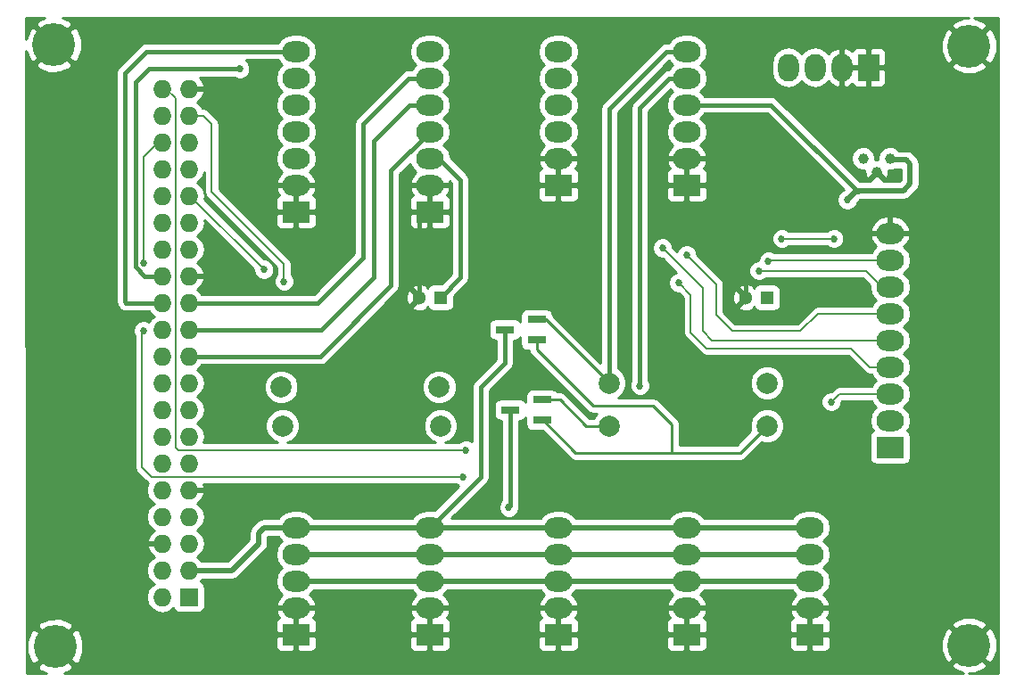
<source format=gbr>
G04 #@! TF.FileFunction,Copper,L1,Top,Signal*
%FSLAX46Y46*%
G04 Gerber Fmt 4.6, Leading zero omitted, Abs format (unit mm)*
G04 Created by KiCad (PCBNEW 4.0.2-4+6225~38~ubuntu15.10.1-stable) date Wed 08 Jun 2016 11:21:06 PM EDT*
%MOMM*%
G01*
G04 APERTURE LIST*
%ADD10C,0.100000*%
%ADD11R,2.600000X2.000000*%
%ADD12O,2.600000X2.000000*%
%ADD13R,1.727200X1.727200*%
%ADD14O,1.727200X1.727200*%
%ADD15R,2.000000X2.600000*%
%ADD16O,2.000000X2.600000*%
%ADD17R,1.800860X0.800100*%
%ADD18C,1.998980*%
%ADD19C,1.000760*%
%ADD20R,1.300000X1.300000*%
%ADD21C,1.300000*%
%ADD22C,4.064000*%
%ADD23C,0.685800*%
%ADD24C,0.406400*%
%ADD25C,0.508000*%
%ADD26C,0.254000*%
%ADD27C,0.152400*%
G04 APERTURE END LIST*
D10*
D11*
X163068000Y-95504000D03*
D12*
X163068000Y-92964000D03*
X163068000Y-90424000D03*
X163068000Y-87884000D03*
X163068000Y-85344000D03*
X163068000Y-82804000D03*
D11*
X150876000Y-95504000D03*
D12*
X150876000Y-92964000D03*
X150876000Y-90424000D03*
X150876000Y-87884000D03*
X150876000Y-85344000D03*
X150876000Y-82804000D03*
D11*
X163068000Y-138176000D03*
D12*
X163068000Y-135636000D03*
X163068000Y-133096000D03*
X163068000Y-130556000D03*
X163068000Y-128016000D03*
D11*
X150876000Y-138176000D03*
D12*
X150876000Y-135636000D03*
X150876000Y-133096000D03*
X150876000Y-130556000D03*
X150876000Y-128016000D03*
D11*
X174752000Y-138176000D03*
D12*
X174752000Y-135636000D03*
X174752000Y-133096000D03*
X174752000Y-130556000D03*
X174752000Y-128016000D03*
D11*
X138684000Y-138176000D03*
D12*
X138684000Y-135636000D03*
X138684000Y-133096000D03*
X138684000Y-130556000D03*
X138684000Y-128016000D03*
D11*
X125984000Y-138176000D03*
D12*
X125984000Y-135636000D03*
X125984000Y-133096000D03*
X125984000Y-130556000D03*
X125984000Y-128016000D03*
D13*
X115824000Y-134620000D03*
D14*
X113284000Y-134620000D03*
X115824000Y-132080000D03*
X113284000Y-132080000D03*
X115824000Y-129540000D03*
X113284000Y-129540000D03*
X115824000Y-127000000D03*
X113284000Y-127000000D03*
X115824000Y-124460000D03*
X113284000Y-124460000D03*
X115824000Y-121920000D03*
X113284000Y-121920000D03*
X115824000Y-119380000D03*
X113284000Y-119380000D03*
X115824000Y-116840000D03*
X113284000Y-116840000D03*
X115824000Y-114300000D03*
X113284000Y-114300000D03*
X115824000Y-111760000D03*
X113284000Y-111760000D03*
X115824000Y-109220000D03*
X113284000Y-109220000D03*
X115824000Y-106680000D03*
X113284000Y-106680000D03*
X115824000Y-104140000D03*
X113284000Y-104140000D03*
X115824000Y-101600000D03*
X113284000Y-101600000D03*
X115824000Y-99060000D03*
X113284000Y-99060000D03*
X115824000Y-96520000D03*
X113284000Y-96520000D03*
X115824000Y-93980000D03*
X113284000Y-93980000D03*
X115824000Y-91440000D03*
X113284000Y-91440000D03*
X115824000Y-88900000D03*
X113284000Y-88900000D03*
X115824000Y-86360000D03*
X113284000Y-86360000D03*
D11*
X182372000Y-120396000D03*
D12*
X182372000Y-117856000D03*
X182372000Y-115316000D03*
X182372000Y-112776000D03*
X182372000Y-110236000D03*
X182372000Y-107696000D03*
X182372000Y-105156000D03*
X182372000Y-102616000D03*
X182372000Y-100076000D03*
D15*
X180340000Y-84328000D03*
D16*
X177800000Y-84328000D03*
X175260000Y-84328000D03*
X172720000Y-84328000D03*
D11*
X125984000Y-98044000D03*
D12*
X125984000Y-95504000D03*
X125984000Y-92964000D03*
X125984000Y-90424000D03*
X125984000Y-87884000D03*
X125984000Y-85344000D03*
X125984000Y-82804000D03*
D11*
X138684000Y-98044000D03*
D12*
X138684000Y-95504000D03*
X138684000Y-92964000D03*
X138684000Y-90424000D03*
X138684000Y-87884000D03*
X138684000Y-85344000D03*
X138684000Y-82804000D03*
D17*
X148821140Y-110170000D03*
X148821140Y-108270000D03*
X145818860Y-109220000D03*
X149329140Y-117790000D03*
X149329140Y-115890000D03*
X146326860Y-116840000D03*
D18*
X170688000Y-114300000D03*
X155688000Y-114300000D03*
X170688000Y-118364000D03*
X155688000Y-118364000D03*
X139573000Y-114681000D03*
X124573000Y-114681000D03*
X139700000Y-118364000D03*
X124700000Y-118364000D03*
D19*
X181102000Y-94234000D03*
X179832000Y-92964000D03*
X182372000Y-92964000D03*
D20*
X139700000Y-106172000D03*
D21*
X137700000Y-106172000D03*
D20*
X170688000Y-106172000D03*
D21*
X168688000Y-106172000D03*
D22*
X189865000Y-139192000D03*
X103124000Y-139319000D03*
X189865000Y-82296000D03*
X102997000Y-82169000D03*
D23*
X178308000Y-96901000D03*
X158623000Y-114554000D03*
X146177000Y-126111000D03*
X120650000Y-84455000D03*
X170815000Y-102743000D03*
X122936000Y-103505000D03*
X169926000Y-103632000D03*
X163068000Y-102108000D03*
X160782000Y-101473000D03*
X111506000Y-102870000D03*
X111506000Y-109347000D03*
X141859000Y-123190000D03*
X124841000Y-104648000D03*
X162306000Y-104775000D03*
X172085000Y-100584000D03*
X177038000Y-100584000D03*
X142113000Y-120650000D03*
X176784000Y-116078000D03*
D24*
X138684000Y-92964000D02*
X139573000Y-92964000D01*
X139573000Y-92964000D02*
X141605000Y-94996000D01*
X141605000Y-104267000D02*
X139700000Y-106172000D01*
X141605000Y-94996000D02*
X141605000Y-104267000D01*
D25*
X125984000Y-133096000D02*
X138684000Y-133096000D01*
X138684000Y-133096000D02*
X150876000Y-133096000D01*
X150876000Y-133096000D02*
X163068000Y-133096000D01*
X163068000Y-133096000D02*
X174752000Y-133096000D01*
D24*
X137700000Y-106172000D02*
X137700000Y-99028000D01*
X137700000Y-99028000D02*
X138684000Y-98044000D01*
X168688000Y-106172000D02*
X168688000Y-98203000D01*
X165989000Y-95504000D02*
X163068000Y-95504000D01*
X168688000Y-98203000D02*
X165989000Y-95504000D01*
D25*
X125984000Y-138176000D02*
X138684000Y-138176000D01*
X138684000Y-138176000D02*
X150876000Y-138176000D01*
X150876000Y-138176000D02*
X163068000Y-138176000D01*
X163068000Y-138176000D02*
X174752000Y-138176000D01*
X125984000Y-135636000D02*
X138684000Y-135636000D01*
X138684000Y-135636000D02*
X150876000Y-135636000D01*
X150876000Y-135636000D02*
X163068000Y-135636000D01*
X163068000Y-135636000D02*
X174752000Y-135636000D01*
D24*
X163068000Y-87884000D02*
X171069000Y-87884000D01*
X179324000Y-96139000D02*
X179324000Y-96012000D01*
X171069000Y-87884000D02*
X179324000Y-96139000D01*
D26*
X148821140Y-110170000D02*
X148821140Y-111102140D01*
X161671000Y-118237000D02*
X161671000Y-120904000D01*
X159893000Y-116459000D02*
X161671000Y-118237000D01*
X154178000Y-116459000D02*
X159893000Y-116459000D01*
X148821140Y-111102140D02*
X154178000Y-116459000D01*
X149329140Y-117790000D02*
X149413000Y-117790000D01*
X149413000Y-117790000D02*
X152527000Y-120904000D01*
X152527000Y-120904000D02*
X161671000Y-120904000D01*
X161671000Y-120904000D02*
X168148000Y-120904000D01*
X168148000Y-120904000D02*
X170688000Y-118364000D01*
D25*
X178308000Y-96901000D02*
X179197000Y-96012000D01*
X179197000Y-96012000D02*
X179324000Y-96012000D01*
X183896000Y-93091000D02*
X182499000Y-93091000D01*
X179324000Y-96012000D02*
X183642000Y-96012000D01*
X183642000Y-96012000D02*
X184277000Y-95377000D01*
X184277000Y-95377000D02*
X184277000Y-93472000D01*
X184277000Y-93472000D02*
X183896000Y-93091000D01*
X182499000Y-93091000D02*
X182372000Y-92964000D01*
D24*
X163068000Y-85344000D02*
X161417000Y-85344000D01*
X158623000Y-88138000D02*
X158623000Y-114554000D01*
X161417000Y-85344000D02*
X158623000Y-88138000D01*
D26*
X149329140Y-115890000D02*
X151069000Y-115890000D01*
X151069000Y-115890000D02*
X153543000Y-118364000D01*
X153543000Y-118364000D02*
X155688000Y-118364000D01*
D24*
X163068000Y-82804000D02*
X161163000Y-82804000D01*
X155688000Y-88279000D02*
X155688000Y-114300000D01*
X161163000Y-82804000D02*
X155688000Y-88279000D01*
D26*
X148821140Y-108270000D02*
X149672000Y-108270000D01*
X149672000Y-108270000D02*
X155688000Y-114286000D01*
X155688000Y-114286000D02*
X155688000Y-114300000D01*
D24*
X146326860Y-116840000D02*
X146326860Y-125961140D01*
X146326860Y-125961140D02*
X146177000Y-126111000D01*
D25*
X125984000Y-130556000D02*
X138684000Y-130556000D01*
X138684000Y-130556000D02*
X150876000Y-130556000D01*
X150876000Y-130556000D02*
X163068000Y-130556000D01*
X163068000Y-130556000D02*
X174752000Y-130556000D01*
D24*
X145818860Y-109220000D02*
X145818860Y-112372140D01*
X143510000Y-123190000D02*
X138684000Y-128016000D01*
X143510000Y-114681000D02*
X143510000Y-123190000D01*
X145818860Y-112372140D02*
X143510000Y-114681000D01*
D25*
X115824000Y-132080000D02*
X119888000Y-132080000D01*
X122936000Y-128016000D02*
X125984000Y-128016000D01*
X122428000Y-128524000D02*
X122936000Y-128016000D01*
X122428000Y-129540000D02*
X122428000Y-128524000D01*
X119888000Y-132080000D02*
X122428000Y-129540000D01*
X125984000Y-128016000D02*
X138684000Y-128016000D01*
X138684000Y-128016000D02*
X150876000Y-128016000D01*
X150876000Y-128016000D02*
X163068000Y-128016000D01*
X163068000Y-128016000D02*
X174752000Y-128016000D01*
D24*
X115824000Y-111760000D02*
X128270000Y-111760000D01*
X135001000Y-94107000D02*
X138684000Y-90424000D01*
X135001000Y-105029000D02*
X135001000Y-94107000D01*
X128270000Y-111760000D02*
X135001000Y-105029000D01*
X115824000Y-109220000D02*
X128397000Y-109220000D01*
X136779000Y-87884000D02*
X138684000Y-87884000D01*
X133350000Y-91313000D02*
X136779000Y-87884000D01*
X133350000Y-104267000D02*
X133350000Y-91313000D01*
X128397000Y-109220000D02*
X133350000Y-104267000D01*
X115824000Y-106680000D02*
X128016000Y-106680000D01*
X136652000Y-85344000D02*
X138684000Y-85344000D01*
X132334000Y-89662000D02*
X136652000Y-85344000D01*
X132334000Y-102362000D02*
X132334000Y-89662000D01*
X128016000Y-106680000D02*
X132334000Y-102362000D01*
X113284000Y-106680000D02*
X109855000Y-106680000D01*
X111760000Y-82804000D02*
X125984000Y-82804000D01*
X109728000Y-84836000D02*
X111760000Y-82804000D01*
X109728000Y-106553000D02*
X109728000Y-84836000D01*
X109855000Y-106680000D02*
X109728000Y-106553000D01*
X113284000Y-104140000D02*
X111633000Y-104140000D01*
X112014000Y-84455000D02*
X120650000Y-84455000D01*
X110744000Y-85725000D02*
X112014000Y-84455000D01*
X110744000Y-103251000D02*
X110744000Y-85725000D01*
X111633000Y-104140000D02*
X110744000Y-103251000D01*
D27*
X170815000Y-102743000D02*
X170942000Y-102616000D01*
X170942000Y-102616000D02*
X182372000Y-102616000D01*
X115824000Y-96520000D02*
X115951000Y-96520000D01*
X115951000Y-96520000D02*
X122936000Y-103505000D01*
X169926000Y-103632000D02*
X180086000Y-103632000D01*
X180086000Y-103632000D02*
X181610000Y-105156000D01*
X181610000Y-105156000D02*
X182372000Y-105156000D01*
X163068000Y-102108000D02*
X165862000Y-104902000D01*
X165862000Y-104902000D02*
X165862000Y-107823000D01*
X165862000Y-107823000D02*
X167386000Y-109347000D01*
X167386000Y-109347000D02*
X173863000Y-109347000D01*
X173863000Y-109347000D02*
X175514000Y-107696000D01*
X175514000Y-107696000D02*
X182372000Y-107696000D01*
X165481000Y-110236000D02*
X182372000Y-110236000D01*
X164592000Y-109347000D02*
X165481000Y-110236000D01*
X164592000Y-105283000D02*
X164592000Y-109347000D01*
X160782000Y-101473000D02*
X164592000Y-105283000D01*
X113284000Y-91440000D02*
X112903000Y-91440000D01*
X112903000Y-91440000D02*
X111506000Y-92837000D01*
X111506000Y-92837000D02*
X111506000Y-102870000D01*
X111506000Y-109347000D02*
X111379000Y-109474000D01*
X111379000Y-109474000D02*
X111379000Y-122301000D01*
X111379000Y-122301000D02*
X112268000Y-123190000D01*
X112268000Y-123190000D02*
X141859000Y-123190000D01*
X182372000Y-112776000D02*
X180467000Y-112776000D01*
X117221000Y-88900000D02*
X115824000Y-88900000D01*
X117983000Y-89662000D02*
X117221000Y-88900000D01*
X117983000Y-96139000D02*
X117983000Y-89662000D01*
X124841000Y-102997000D02*
X117983000Y-96139000D01*
X124841000Y-104648000D02*
X124841000Y-102997000D01*
X163449000Y-105918000D02*
X162306000Y-104775000D01*
X163449000Y-109474000D02*
X163449000Y-105918000D01*
X164973000Y-110998000D02*
X163449000Y-109474000D01*
X178689000Y-110998000D02*
X164973000Y-110998000D01*
X180467000Y-112776000D02*
X178689000Y-110998000D01*
X172085000Y-100584000D02*
X177038000Y-100584000D01*
X113284000Y-86360000D02*
X113665000Y-86360000D01*
X113665000Y-86360000D02*
X114554000Y-87249000D01*
X114554000Y-87249000D02*
X114554000Y-120396000D01*
X114554000Y-120396000D02*
X114808000Y-120650000D01*
X114808000Y-120650000D02*
X142113000Y-120650000D01*
X176784000Y-116078000D02*
X177546000Y-115316000D01*
X177546000Y-115316000D02*
X182372000Y-115316000D01*
D26*
G36*
X101503154Y-79896832D02*
X101278484Y-80270879D01*
X102997000Y-81989395D01*
X104715516Y-80270879D01*
X104490846Y-79896832D01*
X103830365Y-79629000D01*
X189854858Y-79629000D01*
X189314643Y-79633025D01*
X188371154Y-80023832D01*
X188146484Y-80397879D01*
X189865000Y-82116395D01*
X191583516Y-80397879D01*
X191358846Y-80023832D01*
X190385180Y-79629000D01*
X192659000Y-79629000D01*
X192659000Y-141859000D01*
X189875142Y-141859000D01*
X190415357Y-141854975D01*
X191358846Y-141464168D01*
X191583516Y-141090121D01*
X189865000Y-139371605D01*
X188146484Y-141090121D01*
X188371154Y-141464168D01*
X189344820Y-141859000D01*
X103971244Y-141859000D01*
X104617846Y-141591168D01*
X104842516Y-141217121D01*
X103124000Y-139498605D01*
X101405484Y-141217121D01*
X101630154Y-141591168D01*
X102290635Y-141859000D01*
X100456742Y-141859000D01*
X100450529Y-138808388D01*
X100453120Y-138808388D01*
X100461025Y-139869357D01*
X100851832Y-140812846D01*
X101225879Y-141037516D01*
X102944395Y-139319000D01*
X103303605Y-139319000D01*
X105022121Y-141037516D01*
X105396168Y-140812846D01*
X105794880Y-139829612D01*
X105786975Y-138768643D01*
X105659856Y-138461750D01*
X124049000Y-138461750D01*
X124049000Y-139302309D01*
X124145673Y-139535698D01*
X124324301Y-139714327D01*
X124557690Y-139811000D01*
X125698250Y-139811000D01*
X125857000Y-139652250D01*
X125857000Y-138303000D01*
X126111000Y-138303000D01*
X126111000Y-139652250D01*
X126269750Y-139811000D01*
X127410310Y-139811000D01*
X127643699Y-139714327D01*
X127822327Y-139535698D01*
X127919000Y-139302309D01*
X127919000Y-138461750D01*
X136749000Y-138461750D01*
X136749000Y-139302309D01*
X136845673Y-139535698D01*
X137024301Y-139714327D01*
X137257690Y-139811000D01*
X138398250Y-139811000D01*
X138557000Y-139652250D01*
X138557000Y-138303000D01*
X138811000Y-138303000D01*
X138811000Y-139652250D01*
X138969750Y-139811000D01*
X140110310Y-139811000D01*
X140343699Y-139714327D01*
X140522327Y-139535698D01*
X140619000Y-139302309D01*
X140619000Y-138461750D01*
X148941000Y-138461750D01*
X148941000Y-139302309D01*
X149037673Y-139535698D01*
X149216301Y-139714327D01*
X149449690Y-139811000D01*
X150590250Y-139811000D01*
X150749000Y-139652250D01*
X150749000Y-138303000D01*
X151003000Y-138303000D01*
X151003000Y-139652250D01*
X151161750Y-139811000D01*
X152302310Y-139811000D01*
X152535699Y-139714327D01*
X152714327Y-139535698D01*
X152811000Y-139302309D01*
X152811000Y-138461750D01*
X161133000Y-138461750D01*
X161133000Y-139302309D01*
X161229673Y-139535698D01*
X161408301Y-139714327D01*
X161641690Y-139811000D01*
X162782250Y-139811000D01*
X162941000Y-139652250D01*
X162941000Y-138303000D01*
X163195000Y-138303000D01*
X163195000Y-139652250D01*
X163353750Y-139811000D01*
X164494310Y-139811000D01*
X164727699Y-139714327D01*
X164906327Y-139535698D01*
X165003000Y-139302309D01*
X165003000Y-138461750D01*
X172817000Y-138461750D01*
X172817000Y-139302309D01*
X172913673Y-139535698D01*
X173092301Y-139714327D01*
X173325690Y-139811000D01*
X174466250Y-139811000D01*
X174625000Y-139652250D01*
X174625000Y-138303000D01*
X174879000Y-138303000D01*
X174879000Y-139652250D01*
X175037750Y-139811000D01*
X176178310Y-139811000D01*
X176411699Y-139714327D01*
X176590327Y-139535698D01*
X176687000Y-139302309D01*
X176687000Y-138681388D01*
X187194120Y-138681388D01*
X187202025Y-139742357D01*
X187592832Y-140685846D01*
X187966879Y-140910516D01*
X189685395Y-139192000D01*
X190044605Y-139192000D01*
X191763121Y-140910516D01*
X192137168Y-140685846D01*
X192535880Y-139702612D01*
X192527975Y-138641643D01*
X192137168Y-137698154D01*
X191763121Y-137473484D01*
X190044605Y-139192000D01*
X189685395Y-139192000D01*
X187966879Y-137473484D01*
X187592832Y-137698154D01*
X187194120Y-138681388D01*
X176687000Y-138681388D01*
X176687000Y-138461750D01*
X176528250Y-138303000D01*
X174879000Y-138303000D01*
X174625000Y-138303000D01*
X172975750Y-138303000D01*
X172817000Y-138461750D01*
X165003000Y-138461750D01*
X164844250Y-138303000D01*
X163195000Y-138303000D01*
X162941000Y-138303000D01*
X161291750Y-138303000D01*
X161133000Y-138461750D01*
X152811000Y-138461750D01*
X152652250Y-138303000D01*
X151003000Y-138303000D01*
X150749000Y-138303000D01*
X149099750Y-138303000D01*
X148941000Y-138461750D01*
X140619000Y-138461750D01*
X140460250Y-138303000D01*
X138811000Y-138303000D01*
X138557000Y-138303000D01*
X136907750Y-138303000D01*
X136749000Y-138461750D01*
X127919000Y-138461750D01*
X127760250Y-138303000D01*
X126111000Y-138303000D01*
X125857000Y-138303000D01*
X124207750Y-138303000D01*
X124049000Y-138461750D01*
X105659856Y-138461750D01*
X105396168Y-137825154D01*
X105022121Y-137600484D01*
X103303605Y-139319000D01*
X102944395Y-139319000D01*
X101225879Y-137600484D01*
X100851832Y-137825154D01*
X100453120Y-138808388D01*
X100450529Y-138808388D01*
X100447704Y-137420879D01*
X101405484Y-137420879D01*
X103124000Y-139139395D01*
X104842516Y-137420879D01*
X104619564Y-137049691D01*
X124049000Y-137049691D01*
X124049000Y-137890250D01*
X124207750Y-138049000D01*
X125857000Y-138049000D01*
X125857000Y-135763000D01*
X126111000Y-135763000D01*
X126111000Y-138049000D01*
X127760250Y-138049000D01*
X127919000Y-137890250D01*
X127919000Y-137049691D01*
X136749000Y-137049691D01*
X136749000Y-137890250D01*
X136907750Y-138049000D01*
X138557000Y-138049000D01*
X138557000Y-135763000D01*
X138811000Y-135763000D01*
X138811000Y-138049000D01*
X140460250Y-138049000D01*
X140619000Y-137890250D01*
X140619000Y-137049691D01*
X148941000Y-137049691D01*
X148941000Y-137890250D01*
X149099750Y-138049000D01*
X150749000Y-138049000D01*
X150749000Y-135763000D01*
X151003000Y-135763000D01*
X151003000Y-138049000D01*
X152652250Y-138049000D01*
X152811000Y-137890250D01*
X152811000Y-137049691D01*
X161133000Y-137049691D01*
X161133000Y-137890250D01*
X161291750Y-138049000D01*
X162941000Y-138049000D01*
X162941000Y-135763000D01*
X163195000Y-135763000D01*
X163195000Y-138049000D01*
X164844250Y-138049000D01*
X165003000Y-137890250D01*
X165003000Y-137049691D01*
X172817000Y-137049691D01*
X172817000Y-137890250D01*
X172975750Y-138049000D01*
X174625000Y-138049000D01*
X174625000Y-135763000D01*
X174879000Y-135763000D01*
X174879000Y-138049000D01*
X176528250Y-138049000D01*
X176687000Y-137890250D01*
X176687000Y-137293879D01*
X188146484Y-137293879D01*
X189865000Y-139012395D01*
X191583516Y-137293879D01*
X191358846Y-136919832D01*
X190375612Y-136521120D01*
X189314643Y-136529025D01*
X188371154Y-136919832D01*
X188146484Y-137293879D01*
X176687000Y-137293879D01*
X176687000Y-137049691D01*
X176590327Y-136816302D01*
X176411699Y-136637673D01*
X176348830Y-136611632D01*
X176611144Y-136144355D01*
X176642124Y-136016434D01*
X176522777Y-135763000D01*
X174879000Y-135763000D01*
X174625000Y-135763000D01*
X172981223Y-135763000D01*
X172861876Y-136016434D01*
X172892856Y-136144355D01*
X173155170Y-136611632D01*
X173092301Y-136637673D01*
X172913673Y-136816302D01*
X172817000Y-137049691D01*
X165003000Y-137049691D01*
X164906327Y-136816302D01*
X164727699Y-136637673D01*
X164664830Y-136611632D01*
X164927144Y-136144355D01*
X164958124Y-136016434D01*
X164838777Y-135763000D01*
X163195000Y-135763000D01*
X162941000Y-135763000D01*
X161297223Y-135763000D01*
X161177876Y-136016434D01*
X161208856Y-136144355D01*
X161471170Y-136611632D01*
X161408301Y-136637673D01*
X161229673Y-136816302D01*
X161133000Y-137049691D01*
X152811000Y-137049691D01*
X152714327Y-136816302D01*
X152535699Y-136637673D01*
X152472830Y-136611632D01*
X152735144Y-136144355D01*
X152766124Y-136016434D01*
X152646777Y-135763000D01*
X151003000Y-135763000D01*
X150749000Y-135763000D01*
X149105223Y-135763000D01*
X148985876Y-136016434D01*
X149016856Y-136144355D01*
X149279170Y-136611632D01*
X149216301Y-136637673D01*
X149037673Y-136816302D01*
X148941000Y-137049691D01*
X140619000Y-137049691D01*
X140522327Y-136816302D01*
X140343699Y-136637673D01*
X140280830Y-136611632D01*
X140543144Y-136144355D01*
X140574124Y-136016434D01*
X140454777Y-135763000D01*
X138811000Y-135763000D01*
X138557000Y-135763000D01*
X136913223Y-135763000D01*
X136793876Y-136016434D01*
X136824856Y-136144355D01*
X137087170Y-136611632D01*
X137024301Y-136637673D01*
X136845673Y-136816302D01*
X136749000Y-137049691D01*
X127919000Y-137049691D01*
X127822327Y-136816302D01*
X127643699Y-136637673D01*
X127580830Y-136611632D01*
X127843144Y-136144355D01*
X127874124Y-136016434D01*
X127754777Y-135763000D01*
X126111000Y-135763000D01*
X125857000Y-135763000D01*
X124213223Y-135763000D01*
X124093876Y-136016434D01*
X124124856Y-136144355D01*
X124387170Y-136611632D01*
X124324301Y-136637673D01*
X124145673Y-136816302D01*
X124049000Y-137049691D01*
X104619564Y-137049691D01*
X104617846Y-137046832D01*
X103634612Y-136648120D01*
X102573643Y-136656025D01*
X101630154Y-137046832D01*
X101405484Y-137420879D01*
X100447704Y-137420879D01*
X100339039Y-84067121D01*
X101278484Y-84067121D01*
X101503154Y-84441168D01*
X102486388Y-84839880D01*
X103007141Y-84836000D01*
X108889800Y-84836000D01*
X108889800Y-106553000D01*
X108953604Y-106873766D01*
X109135303Y-107145697D01*
X109262303Y-107272697D01*
X109534234Y-107454396D01*
X109855000Y-107518200D01*
X112056731Y-107518200D01*
X112224330Y-107769029D01*
X112495172Y-107950000D01*
X112224330Y-108130971D01*
X111986104Y-108487502D01*
X111701370Y-108369270D01*
X111312337Y-108368931D01*
X110952788Y-108517493D01*
X110677460Y-108792341D01*
X110528270Y-109151630D01*
X110527931Y-109540663D01*
X110667800Y-109879173D01*
X110667800Y-122301000D01*
X110721937Y-122573165D01*
X110876106Y-122803894D01*
X111765106Y-123692894D01*
X111933877Y-123805664D01*
X111899474Y-123857152D01*
X111785400Y-124430641D01*
X111785400Y-124489359D01*
X111899474Y-125062848D01*
X112224330Y-125549029D01*
X112495172Y-125730000D01*
X112224330Y-125910971D01*
X111899474Y-126397152D01*
X111785400Y-126970641D01*
X111785400Y-127029359D01*
X111899474Y-127602848D01*
X112224330Y-128089029D01*
X112495161Y-128269992D01*
X112077179Y-128651510D01*
X111829032Y-129180973D01*
X111949531Y-129413000D01*
X113157000Y-129413000D01*
X113157000Y-129393000D01*
X113411000Y-129393000D01*
X113411000Y-129413000D01*
X113431000Y-129413000D01*
X113431000Y-129667000D01*
X113411000Y-129667000D01*
X113411000Y-129687000D01*
X113157000Y-129687000D01*
X113157000Y-129667000D01*
X111949531Y-129667000D01*
X111829032Y-129899027D01*
X112077179Y-130428490D01*
X112495161Y-130810008D01*
X112224330Y-130990971D01*
X111899474Y-131477152D01*
X111785400Y-132050641D01*
X111785400Y-132109359D01*
X111899474Y-132682848D01*
X112224330Y-133169029D01*
X112495172Y-133350000D01*
X112224330Y-133530971D01*
X111899474Y-134017152D01*
X111785400Y-134590641D01*
X111785400Y-134649359D01*
X111899474Y-135222848D01*
X112224330Y-135709029D01*
X112710511Y-136033885D01*
X113284000Y-136147959D01*
X113857489Y-136033885D01*
X114343670Y-135709029D01*
X114352805Y-135695358D01*
X114357238Y-135718917D01*
X114496310Y-135935041D01*
X114708510Y-136080031D01*
X114960400Y-136131040D01*
X116687600Y-136131040D01*
X116922917Y-136086762D01*
X117139041Y-135947690D01*
X117284031Y-135735490D01*
X117335040Y-135483600D01*
X117335040Y-133756400D01*
X117290762Y-133521083D01*
X117151690Y-133304959D01*
X116939490Y-133159969D01*
X116895655Y-133151092D01*
X117017325Y-132969000D01*
X119888000Y-132969000D01*
X120228206Y-132901329D01*
X120516618Y-132708618D01*
X123056618Y-130168618D01*
X123249329Y-129880206D01*
X123317000Y-129540000D01*
X123317000Y-128905000D01*
X124311488Y-128905000D01*
X124489971Y-129172120D01*
X124660405Y-129286000D01*
X124489971Y-129399880D01*
X124135548Y-129930313D01*
X124011091Y-130556000D01*
X124135548Y-131181687D01*
X124489971Y-131712120D01*
X124660405Y-131826000D01*
X124489971Y-131939880D01*
X124135548Y-132470313D01*
X124011091Y-133096000D01*
X124135548Y-133721687D01*
X124489971Y-134252120D01*
X124680188Y-134379219D01*
X124438078Y-134569683D01*
X124124856Y-135127645D01*
X124093876Y-135255566D01*
X124213223Y-135509000D01*
X125857000Y-135509000D01*
X125857000Y-135489000D01*
X126111000Y-135489000D01*
X126111000Y-135509000D01*
X127754777Y-135509000D01*
X127874124Y-135255566D01*
X127843144Y-135127645D01*
X127529922Y-134569683D01*
X127287812Y-134379219D01*
X127478029Y-134252120D01*
X127656512Y-133985000D01*
X137011488Y-133985000D01*
X137189971Y-134252120D01*
X137380188Y-134379219D01*
X137138078Y-134569683D01*
X136824856Y-135127645D01*
X136793876Y-135255566D01*
X136913223Y-135509000D01*
X138557000Y-135509000D01*
X138557000Y-135489000D01*
X138811000Y-135489000D01*
X138811000Y-135509000D01*
X140454777Y-135509000D01*
X140574124Y-135255566D01*
X140543144Y-135127645D01*
X140229922Y-134569683D01*
X139987812Y-134379219D01*
X140178029Y-134252120D01*
X140356512Y-133985000D01*
X149203488Y-133985000D01*
X149381971Y-134252120D01*
X149572188Y-134379219D01*
X149330078Y-134569683D01*
X149016856Y-135127645D01*
X148985876Y-135255566D01*
X149105223Y-135509000D01*
X150749000Y-135509000D01*
X150749000Y-135489000D01*
X151003000Y-135489000D01*
X151003000Y-135509000D01*
X152646777Y-135509000D01*
X152766124Y-135255566D01*
X152735144Y-135127645D01*
X152421922Y-134569683D01*
X152179812Y-134379219D01*
X152370029Y-134252120D01*
X152548512Y-133985000D01*
X161395488Y-133985000D01*
X161573971Y-134252120D01*
X161764188Y-134379219D01*
X161522078Y-134569683D01*
X161208856Y-135127645D01*
X161177876Y-135255566D01*
X161297223Y-135509000D01*
X162941000Y-135509000D01*
X162941000Y-135489000D01*
X163195000Y-135489000D01*
X163195000Y-135509000D01*
X164838777Y-135509000D01*
X164958124Y-135255566D01*
X164927144Y-135127645D01*
X164613922Y-134569683D01*
X164371812Y-134379219D01*
X164562029Y-134252120D01*
X164740512Y-133985000D01*
X173079488Y-133985000D01*
X173257971Y-134252120D01*
X173448188Y-134379219D01*
X173206078Y-134569683D01*
X172892856Y-135127645D01*
X172861876Y-135255566D01*
X172981223Y-135509000D01*
X174625000Y-135509000D01*
X174625000Y-135489000D01*
X174879000Y-135489000D01*
X174879000Y-135509000D01*
X176522777Y-135509000D01*
X176642124Y-135255566D01*
X176611144Y-135127645D01*
X176297922Y-134569683D01*
X176055812Y-134379219D01*
X176246029Y-134252120D01*
X176600452Y-133721687D01*
X176724909Y-133096000D01*
X176600452Y-132470313D01*
X176246029Y-131939880D01*
X176075595Y-131826000D01*
X176246029Y-131712120D01*
X176600452Y-131181687D01*
X176724909Y-130556000D01*
X176600452Y-129930313D01*
X176246029Y-129399880D01*
X176075595Y-129286000D01*
X176246029Y-129172120D01*
X176600452Y-128641687D01*
X176724909Y-128016000D01*
X176600452Y-127390313D01*
X176246029Y-126859880D01*
X175715596Y-126505457D01*
X175089909Y-126381000D01*
X174414091Y-126381000D01*
X173788404Y-126505457D01*
X173257971Y-126859880D01*
X173079488Y-127127000D01*
X164740512Y-127127000D01*
X164562029Y-126859880D01*
X164031596Y-126505457D01*
X163405909Y-126381000D01*
X162730091Y-126381000D01*
X162104404Y-126505457D01*
X161573971Y-126859880D01*
X161395488Y-127127000D01*
X152548512Y-127127000D01*
X152370029Y-126859880D01*
X151839596Y-126505457D01*
X151213909Y-126381000D01*
X150538091Y-126381000D01*
X149912404Y-126505457D01*
X149381971Y-126859880D01*
X149203488Y-127127000D01*
X140758394Y-127127000D01*
X144102697Y-123782697D01*
X144284396Y-123510765D01*
X144348200Y-123190000D01*
X144348200Y-115028194D01*
X146411557Y-112964837D01*
X146593256Y-112692906D01*
X146657060Y-112372140D01*
X146657060Y-110267490D01*
X146719290Y-110267490D01*
X146954607Y-110223212D01*
X147170731Y-110084140D01*
X147273270Y-109934069D01*
X147273270Y-110570050D01*
X147317548Y-110805367D01*
X147456620Y-111021491D01*
X147668820Y-111166481D01*
X147920710Y-111217490D01*
X148082085Y-111217490D01*
X148117144Y-111393745D01*
X148121974Y-111400973D01*
X148282325Y-111640955D01*
X153639185Y-116997815D01*
X153886395Y-117162996D01*
X154178000Y-117221000D01*
X154519458Y-117221000D01*
X154303154Y-117436927D01*
X154234610Y-117602000D01*
X153858631Y-117602000D01*
X151607815Y-115351185D01*
X151455573Y-115249460D01*
X151360605Y-115186004D01*
X151069000Y-115128000D01*
X150751246Y-115128000D01*
X150693660Y-115038509D01*
X150481460Y-114893519D01*
X150229570Y-114842510D01*
X148428710Y-114842510D01*
X148193393Y-114886788D01*
X147977269Y-115025860D01*
X147832279Y-115238060D01*
X147781270Y-115489950D01*
X147781270Y-116128202D01*
X147691380Y-115988509D01*
X147479180Y-115843519D01*
X147227290Y-115792510D01*
X145426430Y-115792510D01*
X145191113Y-115836788D01*
X144974989Y-115975860D01*
X144829999Y-116188060D01*
X144778990Y-116439950D01*
X144778990Y-117240050D01*
X144823268Y-117475367D01*
X144962340Y-117691491D01*
X145174540Y-117836481D01*
X145426430Y-117887490D01*
X145488660Y-117887490D01*
X145488660Y-125416385D01*
X145348460Y-125556341D01*
X145199270Y-125915630D01*
X145198931Y-126304663D01*
X145347493Y-126664212D01*
X145622341Y-126939540D01*
X145981630Y-127088730D01*
X146370663Y-127089069D01*
X146730212Y-126940507D01*
X147005540Y-126665659D01*
X147154730Y-126306370D01*
X147154987Y-126011782D01*
X147165060Y-125961140D01*
X147165060Y-117887490D01*
X147227290Y-117887490D01*
X147462607Y-117843212D01*
X147678731Y-117704140D01*
X147781270Y-117554069D01*
X147781270Y-118190050D01*
X147825548Y-118425367D01*
X147964620Y-118641491D01*
X148176820Y-118786481D01*
X148428710Y-118837490D01*
X149382860Y-118837490D01*
X151988185Y-121442815D01*
X152235395Y-121607996D01*
X152527000Y-121666000D01*
X168148000Y-121666000D01*
X168439605Y-121607996D01*
X168686815Y-121442815D01*
X170198916Y-119930715D01*
X170361453Y-119998206D01*
X171011694Y-119998774D01*
X171612655Y-119750462D01*
X172072846Y-119291073D01*
X172322206Y-118690547D01*
X172322774Y-118040306D01*
X172074462Y-117439345D01*
X171615073Y-116979154D01*
X171014547Y-116729794D01*
X170364306Y-116729226D01*
X169763345Y-116977538D01*
X169303154Y-117436927D01*
X169053794Y-118037453D01*
X169053226Y-118687694D01*
X169121482Y-118852887D01*
X167832370Y-120142000D01*
X162433000Y-120142000D01*
X162433000Y-118237000D01*
X162374996Y-117945395D01*
X162271164Y-117790000D01*
X162209816Y-117698185D01*
X160431815Y-115920185D01*
X160375610Y-115882630D01*
X160184605Y-115755004D01*
X159893000Y-115697000D01*
X156587151Y-115697000D01*
X156612655Y-115686462D01*
X157072846Y-115227073D01*
X157322206Y-114626547D01*
X157322774Y-113976306D01*
X157074462Y-113375345D01*
X156615073Y-112915154D01*
X156526200Y-112878251D01*
X156526200Y-88626194D01*
X161421085Y-83731309D01*
X161573971Y-83960120D01*
X161744405Y-84074000D01*
X161573971Y-84187880D01*
X161353044Y-84518522D01*
X161096235Y-84569604D01*
X160824303Y-84751303D01*
X158030303Y-87545303D01*
X157848604Y-87817234D01*
X157784800Y-88138000D01*
X157784800Y-114022605D01*
X157645270Y-114358630D01*
X157644931Y-114747663D01*
X157793493Y-115107212D01*
X158068341Y-115382540D01*
X158427630Y-115531730D01*
X158816663Y-115532069D01*
X159176212Y-115383507D01*
X159451540Y-115108659D01*
X159600730Y-114749370D01*
X159600839Y-114623694D01*
X169053226Y-114623694D01*
X169301538Y-115224655D01*
X169760927Y-115684846D01*
X170361453Y-115934206D01*
X171011694Y-115934774D01*
X171612655Y-115686462D01*
X172072846Y-115227073D01*
X172322206Y-114626547D01*
X172322774Y-113976306D01*
X172074462Y-113375345D01*
X171615073Y-112915154D01*
X171014547Y-112665794D01*
X170364306Y-112665226D01*
X169763345Y-112913538D01*
X169303154Y-113372927D01*
X169053794Y-113973453D01*
X169053226Y-114623694D01*
X159600839Y-114623694D01*
X159601069Y-114360337D01*
X159461200Y-114021827D01*
X159461200Y-101666663D01*
X159803931Y-101666663D01*
X159952493Y-102026212D01*
X160227341Y-102301540D01*
X160586630Y-102450730D01*
X160754088Y-102450876D01*
X162103708Y-103800496D01*
X161752788Y-103945493D01*
X161477460Y-104220341D01*
X161328270Y-104579630D01*
X161327931Y-104968663D01*
X161476493Y-105328212D01*
X161751341Y-105603540D01*
X162110630Y-105752730D01*
X162278088Y-105752876D01*
X162737800Y-106212588D01*
X162737800Y-109474000D01*
X162791937Y-109746165D01*
X162946106Y-109976894D01*
X164470105Y-111500894D01*
X164615052Y-111597744D01*
X164700836Y-111655063D01*
X164973000Y-111709200D01*
X178394412Y-111709200D01*
X179964106Y-113278895D01*
X180194836Y-113433063D01*
X180467000Y-113487200D01*
X180580686Y-113487200D01*
X180877971Y-113932120D01*
X181048405Y-114046000D01*
X180877971Y-114159880D01*
X180580686Y-114604800D01*
X177546000Y-114604800D01*
X177273835Y-114658937D01*
X177043106Y-114813105D01*
X176756136Y-115100075D01*
X176590337Y-115099931D01*
X176230788Y-115248493D01*
X175955460Y-115523341D01*
X175806270Y-115882630D01*
X175805931Y-116271663D01*
X175954493Y-116631212D01*
X176229341Y-116906540D01*
X176588630Y-117055730D01*
X176977663Y-117056069D01*
X177337212Y-116907507D01*
X177612540Y-116632659D01*
X177761730Y-116273370D01*
X177761876Y-116105913D01*
X177840589Y-116027200D01*
X180580686Y-116027200D01*
X180877971Y-116472120D01*
X181048405Y-116586000D01*
X180877971Y-116699880D01*
X180523548Y-117230313D01*
X180399091Y-117856000D01*
X180523548Y-118481687D01*
X180763093Y-118840192D01*
X180620559Y-118931910D01*
X180475569Y-119144110D01*
X180424560Y-119396000D01*
X180424560Y-121396000D01*
X180468838Y-121631317D01*
X180607910Y-121847441D01*
X180820110Y-121992431D01*
X181072000Y-122043440D01*
X183672000Y-122043440D01*
X183907317Y-121999162D01*
X184123441Y-121860090D01*
X184268431Y-121647890D01*
X184319440Y-121396000D01*
X184319440Y-119396000D01*
X184275162Y-119160683D01*
X184136090Y-118944559D01*
X183981671Y-118839049D01*
X184220452Y-118481687D01*
X184344909Y-117856000D01*
X184220452Y-117230313D01*
X183866029Y-116699880D01*
X183695595Y-116586000D01*
X183866029Y-116472120D01*
X184220452Y-115941687D01*
X184344909Y-115316000D01*
X184220452Y-114690313D01*
X183866029Y-114159880D01*
X183695595Y-114046000D01*
X183866029Y-113932120D01*
X184220452Y-113401687D01*
X184344909Y-112776000D01*
X184220452Y-112150313D01*
X183866029Y-111619880D01*
X183695595Y-111506000D01*
X183866029Y-111392120D01*
X184220452Y-110861687D01*
X184344909Y-110236000D01*
X184220452Y-109610313D01*
X183866029Y-109079880D01*
X183695595Y-108966000D01*
X183866029Y-108852120D01*
X184220452Y-108321687D01*
X184344909Y-107696000D01*
X184220452Y-107070313D01*
X183866029Y-106539880D01*
X183695595Y-106426000D01*
X183866029Y-106312120D01*
X184220452Y-105781687D01*
X184344909Y-105156000D01*
X184220452Y-104530313D01*
X183866029Y-103999880D01*
X183695595Y-103886000D01*
X183866029Y-103772120D01*
X184220452Y-103241687D01*
X184344909Y-102616000D01*
X184220452Y-101990313D01*
X183866029Y-101459880D01*
X183675812Y-101332781D01*
X183917922Y-101142317D01*
X184231144Y-100584355D01*
X184262124Y-100456434D01*
X184142777Y-100203000D01*
X182499000Y-100203000D01*
X182499000Y-100223000D01*
X182245000Y-100223000D01*
X182245000Y-100203000D01*
X180601223Y-100203000D01*
X180481876Y-100456434D01*
X180512856Y-100584355D01*
X180826078Y-101142317D01*
X181068188Y-101332781D01*
X180877971Y-101459880D01*
X180580686Y-101904800D01*
X171346395Y-101904800D01*
X171010370Y-101765270D01*
X170621337Y-101764931D01*
X170261788Y-101913493D01*
X169986460Y-102188341D01*
X169837270Y-102547630D01*
X169837177Y-102654022D01*
X169732337Y-102653931D01*
X169372788Y-102802493D01*
X169097460Y-103077341D01*
X168948270Y-103436630D01*
X168947931Y-103825663D01*
X169096493Y-104185212D01*
X169371341Y-104460540D01*
X169730630Y-104609730D01*
X170119663Y-104610069D01*
X170479212Y-104461507D01*
X170597726Y-104343200D01*
X179791412Y-104343200D01*
X180433123Y-104984911D01*
X180399091Y-105156000D01*
X180523548Y-105781687D01*
X180877971Y-106312120D01*
X181048405Y-106426000D01*
X180877971Y-106539880D01*
X180580686Y-106984800D01*
X175514000Y-106984800D01*
X175241836Y-107038937D01*
X175011106Y-107193105D01*
X173568412Y-108635800D01*
X167680589Y-108635800D01*
X166573200Y-107528412D01*
X166573200Y-105991078D01*
X167390378Y-105991078D01*
X167419917Y-106501428D01*
X167558389Y-106835729D01*
X167788984Y-106891410D01*
X168508395Y-106172000D01*
X167788984Y-105452590D01*
X167558389Y-105508271D01*
X167390378Y-105991078D01*
X166573200Y-105991078D01*
X166573200Y-105272984D01*
X167968590Y-105272984D01*
X168688000Y-105992395D01*
X168702142Y-105978252D01*
X168881748Y-106157858D01*
X168867605Y-106172000D01*
X168881748Y-106186142D01*
X168702142Y-106365748D01*
X168688000Y-106351605D01*
X167968590Y-107071016D01*
X168024271Y-107301611D01*
X168507078Y-107469622D01*
X169017428Y-107440083D01*
X169351729Y-107301611D01*
X169407410Y-107071018D01*
X169509072Y-107172680D01*
X169573910Y-107273441D01*
X169786110Y-107418431D01*
X170038000Y-107469440D01*
X171338000Y-107469440D01*
X171573317Y-107425162D01*
X171789441Y-107286090D01*
X171934431Y-107073890D01*
X171985440Y-106822000D01*
X171985440Y-105522000D01*
X171941162Y-105286683D01*
X171802090Y-105070559D01*
X171589890Y-104925569D01*
X171338000Y-104874560D01*
X170038000Y-104874560D01*
X169802683Y-104918838D01*
X169586559Y-105057910D01*
X169509063Y-105171329D01*
X169407410Y-105272982D01*
X169351729Y-105042389D01*
X168868922Y-104874378D01*
X168358572Y-104903917D01*
X168024271Y-105042389D01*
X167968590Y-105272984D01*
X166573200Y-105272984D01*
X166573200Y-104902000D01*
X166519063Y-104629836D01*
X166486657Y-104581337D01*
X166364895Y-104399106D01*
X164045925Y-102080136D01*
X164046069Y-101914337D01*
X163897507Y-101554788D01*
X163622659Y-101279460D01*
X163263370Y-101130270D01*
X162874337Y-101129931D01*
X162514788Y-101278493D01*
X162239460Y-101553341D01*
X162130510Y-101815722D01*
X161759925Y-101445136D01*
X161760069Y-101279337D01*
X161611507Y-100919788D01*
X161469630Y-100777663D01*
X171106931Y-100777663D01*
X171255493Y-101137212D01*
X171530341Y-101412540D01*
X171889630Y-101561730D01*
X172278663Y-101562069D01*
X172638212Y-101413507D01*
X172756726Y-101295200D01*
X176366206Y-101295200D01*
X176483341Y-101412540D01*
X176842630Y-101561730D01*
X177231663Y-101562069D01*
X177591212Y-101413507D01*
X177866540Y-101138659D01*
X178015730Y-100779370D01*
X178016069Y-100390337D01*
X177867507Y-100030788D01*
X177592659Y-99755460D01*
X177448419Y-99695566D01*
X180481876Y-99695566D01*
X180601223Y-99949000D01*
X182245000Y-99949000D01*
X182245000Y-98441000D01*
X182499000Y-98441000D01*
X182499000Y-99949000D01*
X184142777Y-99949000D01*
X184262124Y-99695566D01*
X184231144Y-99567645D01*
X183917922Y-99009683D01*
X183415020Y-98614058D01*
X182799000Y-98441000D01*
X182499000Y-98441000D01*
X182245000Y-98441000D01*
X181945000Y-98441000D01*
X181328980Y-98614058D01*
X180826078Y-99009683D01*
X180512856Y-99567645D01*
X180481876Y-99695566D01*
X177448419Y-99695566D01*
X177233370Y-99606270D01*
X176844337Y-99605931D01*
X176484788Y-99754493D01*
X176366274Y-99872800D01*
X172756794Y-99872800D01*
X172639659Y-99755460D01*
X172280370Y-99606270D01*
X171891337Y-99605931D01*
X171531788Y-99754493D01*
X171256460Y-100029341D01*
X171107270Y-100388630D01*
X171106931Y-100777663D01*
X161469630Y-100777663D01*
X161336659Y-100644460D01*
X160977370Y-100495270D01*
X160588337Y-100494931D01*
X160228788Y-100643493D01*
X159953460Y-100918341D01*
X159804270Y-101277630D01*
X159803931Y-101666663D01*
X159461200Y-101666663D01*
X159461200Y-95789750D01*
X161133000Y-95789750D01*
X161133000Y-96630309D01*
X161229673Y-96863698D01*
X161408301Y-97042327D01*
X161641690Y-97139000D01*
X162782250Y-97139000D01*
X162941000Y-96980250D01*
X162941000Y-95631000D01*
X163195000Y-95631000D01*
X163195000Y-96980250D01*
X163353750Y-97139000D01*
X164494310Y-97139000D01*
X164727699Y-97042327D01*
X164906327Y-96863698D01*
X165003000Y-96630309D01*
X165003000Y-95789750D01*
X164844250Y-95631000D01*
X163195000Y-95631000D01*
X162941000Y-95631000D01*
X161291750Y-95631000D01*
X161133000Y-95789750D01*
X159461200Y-95789750D01*
X159461200Y-94377691D01*
X161133000Y-94377691D01*
X161133000Y-95218250D01*
X161291750Y-95377000D01*
X162941000Y-95377000D01*
X162941000Y-93091000D01*
X163195000Y-93091000D01*
X163195000Y-95377000D01*
X164844250Y-95377000D01*
X165003000Y-95218250D01*
X165003000Y-94377691D01*
X164906327Y-94144302D01*
X164727699Y-93965673D01*
X164664830Y-93939632D01*
X164927144Y-93472355D01*
X164958124Y-93344434D01*
X164838777Y-93091000D01*
X163195000Y-93091000D01*
X162941000Y-93091000D01*
X161297223Y-93091000D01*
X161177876Y-93344434D01*
X161208856Y-93472355D01*
X161471170Y-93939632D01*
X161408301Y-93965673D01*
X161229673Y-94144302D01*
X161133000Y-94377691D01*
X159461200Y-94377691D01*
X159461200Y-88485194D01*
X161522823Y-86423571D01*
X161573971Y-86500120D01*
X161744405Y-86614000D01*
X161573971Y-86727880D01*
X161219548Y-87258313D01*
X161095091Y-87884000D01*
X161219548Y-88509687D01*
X161573971Y-89040120D01*
X161744405Y-89154000D01*
X161573971Y-89267880D01*
X161219548Y-89798313D01*
X161095091Y-90424000D01*
X161219548Y-91049687D01*
X161573971Y-91580120D01*
X161764188Y-91707219D01*
X161522078Y-91897683D01*
X161208856Y-92455645D01*
X161177876Y-92583566D01*
X161297223Y-92837000D01*
X162941000Y-92837000D01*
X162941000Y-92817000D01*
X163195000Y-92817000D01*
X163195000Y-92837000D01*
X164838777Y-92837000D01*
X164958124Y-92583566D01*
X164927144Y-92455645D01*
X164613922Y-91897683D01*
X164371812Y-91707219D01*
X164562029Y-91580120D01*
X164916452Y-91049687D01*
X165040909Y-90424000D01*
X164916452Y-89798313D01*
X164562029Y-89267880D01*
X164391595Y-89154000D01*
X164562029Y-89040120D01*
X164774456Y-88722200D01*
X170721806Y-88722200D01*
X177975685Y-95976079D01*
X177968627Y-95983137D01*
X177754788Y-96071493D01*
X177479460Y-96346341D01*
X177330270Y-96705630D01*
X177329931Y-97094663D01*
X177478493Y-97454212D01*
X177753341Y-97729540D01*
X178112630Y-97878730D01*
X178501663Y-97879069D01*
X178861212Y-97730507D01*
X179136540Y-97455659D01*
X179225986Y-97240250D01*
X179530015Y-96936221D01*
X179644766Y-96913396D01*
X179663318Y-96901000D01*
X183642000Y-96901000D01*
X183982206Y-96833329D01*
X184270618Y-96640618D01*
X184905618Y-96005618D01*
X185098330Y-95717205D01*
X185166000Y-95377000D01*
X185166000Y-93472000D01*
X185098329Y-93131794D01*
X184905618Y-92843382D01*
X184524618Y-92462382D01*
X184509142Y-92452041D01*
X184236206Y-92269671D01*
X183896000Y-92202000D01*
X183215599Y-92202000D01*
X183015981Y-92002033D01*
X182598832Y-91828818D01*
X182147150Y-91828424D01*
X181729699Y-92000911D01*
X181410033Y-92320019D01*
X181236818Y-92737168D01*
X181236513Y-93086260D01*
X180967257Y-93105317D01*
X180967576Y-92739150D01*
X180795089Y-92321699D01*
X180475981Y-92002033D01*
X180058832Y-91828818D01*
X179607150Y-91828424D01*
X179189699Y-92000911D01*
X178870033Y-92320019D01*
X178696818Y-92737168D01*
X178696424Y-93188850D01*
X178868911Y-93606301D01*
X179188019Y-93925967D01*
X179605168Y-94099182D01*
X179954260Y-94099487D01*
X179985398Y-94539435D01*
X180096468Y-94807582D01*
X180311619Y-94844776D01*
X180922395Y-94234000D01*
X180908253Y-94219858D01*
X181087858Y-94040253D01*
X181102000Y-94054395D01*
X181116143Y-94040253D01*
X181295748Y-94219858D01*
X181281605Y-94234000D01*
X181892381Y-94844776D01*
X182107532Y-94807582D01*
X182250491Y-94379120D01*
X182230683Y-94099257D01*
X182596850Y-94099576D01*
X182886246Y-93980000D01*
X183388000Y-93980000D01*
X183388000Y-95008764D01*
X183273764Y-95123000D01*
X181695727Y-95123000D01*
X181712776Y-95024381D01*
X181102000Y-94413605D01*
X180491224Y-95024381D01*
X180508273Y-95123000D01*
X179493394Y-95123000D01*
X171661697Y-87291303D01*
X171389766Y-87109604D01*
X171069000Y-87045800D01*
X164774456Y-87045800D01*
X164562029Y-86727880D01*
X164391595Y-86614000D01*
X164562029Y-86500120D01*
X164916452Y-85969687D01*
X165040909Y-85344000D01*
X164916452Y-84718313D01*
X164562029Y-84187880D01*
X164391595Y-84074000D01*
X164517174Y-83990091D01*
X171085000Y-83990091D01*
X171085000Y-84665909D01*
X171209457Y-85291596D01*
X171563880Y-85822029D01*
X172094313Y-86176452D01*
X172720000Y-86300909D01*
X173345687Y-86176452D01*
X173876120Y-85822029D01*
X173990000Y-85651595D01*
X174103880Y-85822029D01*
X174634313Y-86176452D01*
X175260000Y-86300909D01*
X175885687Y-86176452D01*
X176416120Y-85822029D01*
X176543219Y-85631812D01*
X176733683Y-85873922D01*
X177291645Y-86187144D01*
X177419566Y-86218124D01*
X177673000Y-86098777D01*
X177673000Y-84455000D01*
X177927000Y-84455000D01*
X177927000Y-86098777D01*
X178180434Y-86218124D01*
X178308355Y-86187144D01*
X178775632Y-85924830D01*
X178801673Y-85987699D01*
X178980302Y-86166327D01*
X179213691Y-86263000D01*
X180054250Y-86263000D01*
X180213000Y-86104250D01*
X180213000Y-84455000D01*
X180467000Y-84455000D01*
X180467000Y-86104250D01*
X180625750Y-86263000D01*
X181466309Y-86263000D01*
X181699698Y-86166327D01*
X181878327Y-85987699D01*
X181975000Y-85754310D01*
X181975000Y-84613750D01*
X181816250Y-84455000D01*
X180467000Y-84455000D01*
X180213000Y-84455000D01*
X177927000Y-84455000D01*
X177673000Y-84455000D01*
X177653000Y-84455000D01*
X177653000Y-84201000D01*
X177673000Y-84201000D01*
X177673000Y-82557223D01*
X177927000Y-82557223D01*
X177927000Y-84201000D01*
X180213000Y-84201000D01*
X180213000Y-82551750D01*
X180467000Y-82551750D01*
X180467000Y-84201000D01*
X181816250Y-84201000D01*
X181823129Y-84194121D01*
X188146484Y-84194121D01*
X188371154Y-84568168D01*
X189354388Y-84966880D01*
X190415357Y-84958975D01*
X191358846Y-84568168D01*
X191583516Y-84194121D01*
X189865000Y-82475605D01*
X188146484Y-84194121D01*
X181823129Y-84194121D01*
X181975000Y-84042250D01*
X181975000Y-82901690D01*
X181878327Y-82668301D01*
X181699698Y-82489673D01*
X181466309Y-82393000D01*
X180625750Y-82393000D01*
X180467000Y-82551750D01*
X180213000Y-82551750D01*
X180054250Y-82393000D01*
X179213691Y-82393000D01*
X178980302Y-82489673D01*
X178801673Y-82668301D01*
X178775632Y-82731170D01*
X178308355Y-82468856D01*
X178180434Y-82437876D01*
X177927000Y-82557223D01*
X177673000Y-82557223D01*
X177419566Y-82437876D01*
X177291645Y-82468856D01*
X176733683Y-82782078D01*
X176543219Y-83024188D01*
X176416120Y-82833971D01*
X175885687Y-82479548D01*
X175260000Y-82355091D01*
X174634313Y-82479548D01*
X174103880Y-82833971D01*
X173990000Y-83004405D01*
X173876120Y-82833971D01*
X173345687Y-82479548D01*
X172720000Y-82355091D01*
X172094313Y-82479548D01*
X171563880Y-82833971D01*
X171209457Y-83364404D01*
X171085000Y-83990091D01*
X164517174Y-83990091D01*
X164562029Y-83960120D01*
X164916452Y-83429687D01*
X165040909Y-82804000D01*
X164916452Y-82178313D01*
X164653909Y-81785388D01*
X187194120Y-81785388D01*
X187202025Y-82846357D01*
X187592832Y-83789846D01*
X187966879Y-84014516D01*
X189685395Y-82296000D01*
X190044605Y-82296000D01*
X191763121Y-84014516D01*
X192137168Y-83789846D01*
X192535880Y-82806612D01*
X192527975Y-81745643D01*
X192137168Y-80802154D01*
X191763121Y-80577484D01*
X190044605Y-82296000D01*
X189685395Y-82296000D01*
X187966879Y-80577484D01*
X187592832Y-80802154D01*
X187194120Y-81785388D01*
X164653909Y-81785388D01*
X164562029Y-81647880D01*
X164031596Y-81293457D01*
X163405909Y-81169000D01*
X162730091Y-81169000D01*
X162104404Y-81293457D01*
X161573971Y-81647880D01*
X161361544Y-81965800D01*
X161163000Y-81965800D01*
X160842234Y-82029604D01*
X160570303Y-82211303D01*
X155095303Y-87686303D01*
X154913604Y-87958234D01*
X154913604Y-87958235D01*
X154849800Y-88279000D01*
X154849800Y-112370169D01*
X150369010Y-107889380D01*
X150369010Y-107869950D01*
X150324732Y-107634633D01*
X150185660Y-107418509D01*
X149973460Y-107273519D01*
X149721570Y-107222510D01*
X147920710Y-107222510D01*
X147685393Y-107266788D01*
X147469269Y-107405860D01*
X147324279Y-107618060D01*
X147273270Y-107869950D01*
X147273270Y-108508202D01*
X147183380Y-108368509D01*
X146971180Y-108223519D01*
X146719290Y-108172510D01*
X144918430Y-108172510D01*
X144683113Y-108216788D01*
X144466989Y-108355860D01*
X144321999Y-108568060D01*
X144270990Y-108819950D01*
X144270990Y-109620050D01*
X144315268Y-109855367D01*
X144454340Y-110071491D01*
X144666540Y-110216481D01*
X144918430Y-110267490D01*
X144980660Y-110267490D01*
X144980660Y-112024946D01*
X142917303Y-114088303D01*
X142735604Y-114360234D01*
X142689582Y-114591605D01*
X142671800Y-114681000D01*
X142671800Y-119825608D01*
X142667659Y-119821460D01*
X142308370Y-119672270D01*
X141919337Y-119671931D01*
X141559788Y-119820493D01*
X141441274Y-119938800D01*
X140168842Y-119938800D01*
X140624655Y-119750462D01*
X141084846Y-119291073D01*
X141334206Y-118690547D01*
X141334774Y-118040306D01*
X141086462Y-117439345D01*
X140627073Y-116979154D01*
X140026547Y-116729794D01*
X139376306Y-116729226D01*
X138775345Y-116977538D01*
X138315154Y-117436927D01*
X138065794Y-118037453D01*
X138065226Y-118687694D01*
X138313538Y-119288655D01*
X138772927Y-119748846D01*
X139230387Y-119938800D01*
X125168842Y-119938800D01*
X125624655Y-119750462D01*
X126084846Y-119291073D01*
X126334206Y-118690547D01*
X126334774Y-118040306D01*
X126086462Y-117439345D01*
X125627073Y-116979154D01*
X125026547Y-116729794D01*
X124376306Y-116729226D01*
X123775345Y-116977538D01*
X123315154Y-117436927D01*
X123065794Y-118037453D01*
X123065226Y-118687694D01*
X123313538Y-119288655D01*
X123772927Y-119748846D01*
X124230387Y-119938800D01*
X117217288Y-119938800D01*
X117322600Y-119409359D01*
X117322600Y-119350641D01*
X117208526Y-118777152D01*
X116883670Y-118290971D01*
X116612828Y-118110000D01*
X116883670Y-117929029D01*
X117208526Y-117442848D01*
X117322600Y-116869359D01*
X117322600Y-116810641D01*
X117208526Y-116237152D01*
X116883670Y-115750971D01*
X116612828Y-115570000D01*
X116883670Y-115389029D01*
X117140474Y-115004694D01*
X122938226Y-115004694D01*
X123186538Y-115605655D01*
X123645927Y-116065846D01*
X124246453Y-116315206D01*
X124896694Y-116315774D01*
X125497655Y-116067462D01*
X125957846Y-115608073D01*
X126207206Y-115007547D01*
X126207208Y-115004694D01*
X137938226Y-115004694D01*
X138186538Y-115605655D01*
X138645927Y-116065846D01*
X139246453Y-116315206D01*
X139896694Y-116315774D01*
X140497655Y-116067462D01*
X140957846Y-115608073D01*
X141207206Y-115007547D01*
X141207774Y-114357306D01*
X140959462Y-113756345D01*
X140500073Y-113296154D01*
X139899547Y-113046794D01*
X139249306Y-113046226D01*
X138648345Y-113294538D01*
X138188154Y-113753927D01*
X137938794Y-114354453D01*
X137938226Y-115004694D01*
X126207208Y-115004694D01*
X126207774Y-114357306D01*
X125959462Y-113756345D01*
X125500073Y-113296154D01*
X124899547Y-113046794D01*
X124249306Y-113046226D01*
X123648345Y-113294538D01*
X123188154Y-113753927D01*
X122938794Y-114354453D01*
X122938226Y-115004694D01*
X117140474Y-115004694D01*
X117208526Y-114902848D01*
X117322600Y-114329359D01*
X117322600Y-114270641D01*
X117208526Y-113697152D01*
X116883670Y-113210971D01*
X116612828Y-113030000D01*
X116883670Y-112849029D01*
X117051269Y-112598200D01*
X128270000Y-112598200D01*
X128590766Y-112534396D01*
X128862697Y-112352697D01*
X135224316Y-105991078D01*
X136402378Y-105991078D01*
X136431917Y-106501428D01*
X136570389Y-106835729D01*
X136800984Y-106891410D01*
X137520395Y-106172000D01*
X136800984Y-105452590D01*
X136570389Y-105508271D01*
X136402378Y-105991078D01*
X135224316Y-105991078D01*
X135593697Y-105621697D01*
X135775396Y-105349765D01*
X135839200Y-105029000D01*
X135839200Y-98329750D01*
X136749000Y-98329750D01*
X136749000Y-99170309D01*
X136845673Y-99403698D01*
X137024301Y-99582327D01*
X137257690Y-99679000D01*
X138398250Y-99679000D01*
X138557000Y-99520250D01*
X138557000Y-98171000D01*
X138811000Y-98171000D01*
X138811000Y-99520250D01*
X138969750Y-99679000D01*
X140110310Y-99679000D01*
X140343699Y-99582327D01*
X140522327Y-99403698D01*
X140619000Y-99170309D01*
X140619000Y-98329750D01*
X140460250Y-98171000D01*
X138811000Y-98171000D01*
X138557000Y-98171000D01*
X136907750Y-98171000D01*
X136749000Y-98329750D01*
X135839200Y-98329750D01*
X135839200Y-96917691D01*
X136749000Y-96917691D01*
X136749000Y-97758250D01*
X136907750Y-97917000D01*
X138557000Y-97917000D01*
X138557000Y-95631000D01*
X138811000Y-95631000D01*
X138811000Y-97917000D01*
X140460250Y-97917000D01*
X140619000Y-97758250D01*
X140619000Y-96917691D01*
X140522327Y-96684302D01*
X140343699Y-96505673D01*
X140280830Y-96479632D01*
X140543144Y-96012355D01*
X140574124Y-95884434D01*
X140454777Y-95631000D01*
X138811000Y-95631000D01*
X138557000Y-95631000D01*
X136913223Y-95631000D01*
X136793876Y-95884434D01*
X136824856Y-96012355D01*
X137087170Y-96479632D01*
X137024301Y-96505673D01*
X136845673Y-96684302D01*
X136749000Y-96917691D01*
X135839200Y-96917691D01*
X135839200Y-94454194D01*
X136813674Y-93479720D01*
X136835548Y-93589687D01*
X137189971Y-94120120D01*
X137380188Y-94247219D01*
X137138078Y-94437683D01*
X136824856Y-94995645D01*
X136793876Y-95123566D01*
X136913223Y-95377000D01*
X138557000Y-95377000D01*
X138557000Y-95357000D01*
X138811000Y-95357000D01*
X138811000Y-95377000D01*
X140454777Y-95377000D01*
X140565495Y-95141889D01*
X140766800Y-95343194D01*
X140766800Y-103919806D01*
X139812046Y-104874560D01*
X139050000Y-104874560D01*
X138814683Y-104918838D01*
X138598559Y-105057910D01*
X138521063Y-105171329D01*
X138419410Y-105272982D01*
X138363729Y-105042389D01*
X137880922Y-104874378D01*
X137370572Y-104903917D01*
X137036271Y-105042389D01*
X136980590Y-105272984D01*
X137700000Y-105992395D01*
X137714142Y-105978252D01*
X137893748Y-106157858D01*
X137879605Y-106172000D01*
X137893748Y-106186142D01*
X137714142Y-106365748D01*
X137700000Y-106351605D01*
X136980590Y-107071016D01*
X137036271Y-107301611D01*
X137519078Y-107469622D01*
X138029428Y-107440083D01*
X138363729Y-107301611D01*
X138419410Y-107071018D01*
X138521072Y-107172680D01*
X138585910Y-107273441D01*
X138798110Y-107418431D01*
X139050000Y-107469440D01*
X140350000Y-107469440D01*
X140585317Y-107425162D01*
X140801441Y-107286090D01*
X140946431Y-107073890D01*
X140997440Y-106822000D01*
X140997440Y-106059954D01*
X142197697Y-104859697D01*
X142379396Y-104587765D01*
X142443200Y-104267000D01*
X142443200Y-95789750D01*
X148941000Y-95789750D01*
X148941000Y-96630309D01*
X149037673Y-96863698D01*
X149216301Y-97042327D01*
X149449690Y-97139000D01*
X150590250Y-97139000D01*
X150749000Y-96980250D01*
X150749000Y-95631000D01*
X151003000Y-95631000D01*
X151003000Y-96980250D01*
X151161750Y-97139000D01*
X152302310Y-97139000D01*
X152535699Y-97042327D01*
X152714327Y-96863698D01*
X152811000Y-96630309D01*
X152811000Y-95789750D01*
X152652250Y-95631000D01*
X151003000Y-95631000D01*
X150749000Y-95631000D01*
X149099750Y-95631000D01*
X148941000Y-95789750D01*
X142443200Y-95789750D01*
X142443200Y-94996000D01*
X142413120Y-94844776D01*
X142379396Y-94675234D01*
X142197697Y-94403303D01*
X142172085Y-94377691D01*
X148941000Y-94377691D01*
X148941000Y-95218250D01*
X149099750Y-95377000D01*
X150749000Y-95377000D01*
X150749000Y-93091000D01*
X151003000Y-93091000D01*
X151003000Y-95377000D01*
X152652250Y-95377000D01*
X152811000Y-95218250D01*
X152811000Y-94377691D01*
X152714327Y-94144302D01*
X152535699Y-93965673D01*
X152472830Y-93939632D01*
X152735144Y-93472355D01*
X152766124Y-93344434D01*
X152646777Y-93091000D01*
X151003000Y-93091000D01*
X150749000Y-93091000D01*
X149105223Y-93091000D01*
X148985876Y-93344434D01*
X149016856Y-93472355D01*
X149279170Y-93939632D01*
X149216301Y-93965673D01*
X149037673Y-94144302D01*
X148941000Y-94377691D01*
X142172085Y-94377691D01*
X140631710Y-92837316D01*
X140532452Y-92338313D01*
X140178029Y-91807880D01*
X140007595Y-91694000D01*
X140178029Y-91580120D01*
X140532452Y-91049687D01*
X140656909Y-90424000D01*
X140532452Y-89798313D01*
X140178029Y-89267880D01*
X140007595Y-89154000D01*
X140178029Y-89040120D01*
X140532452Y-88509687D01*
X140656909Y-87884000D01*
X140532452Y-87258313D01*
X140178029Y-86727880D01*
X140007595Y-86614000D01*
X140178029Y-86500120D01*
X140532452Y-85969687D01*
X140656909Y-85344000D01*
X140532452Y-84718313D01*
X140178029Y-84187880D01*
X140007595Y-84074000D01*
X140178029Y-83960120D01*
X140532452Y-83429687D01*
X140656909Y-82804000D01*
X148903091Y-82804000D01*
X149027548Y-83429687D01*
X149381971Y-83960120D01*
X149552405Y-84074000D01*
X149381971Y-84187880D01*
X149027548Y-84718313D01*
X148903091Y-85344000D01*
X149027548Y-85969687D01*
X149381971Y-86500120D01*
X149552405Y-86614000D01*
X149381971Y-86727880D01*
X149027548Y-87258313D01*
X148903091Y-87884000D01*
X149027548Y-88509687D01*
X149381971Y-89040120D01*
X149552405Y-89154000D01*
X149381971Y-89267880D01*
X149027548Y-89798313D01*
X148903091Y-90424000D01*
X149027548Y-91049687D01*
X149381971Y-91580120D01*
X149572188Y-91707219D01*
X149330078Y-91897683D01*
X149016856Y-92455645D01*
X148985876Y-92583566D01*
X149105223Y-92837000D01*
X150749000Y-92837000D01*
X150749000Y-92817000D01*
X151003000Y-92817000D01*
X151003000Y-92837000D01*
X152646777Y-92837000D01*
X152766124Y-92583566D01*
X152735144Y-92455645D01*
X152421922Y-91897683D01*
X152179812Y-91707219D01*
X152370029Y-91580120D01*
X152724452Y-91049687D01*
X152848909Y-90424000D01*
X152724452Y-89798313D01*
X152370029Y-89267880D01*
X152199595Y-89154000D01*
X152370029Y-89040120D01*
X152724452Y-88509687D01*
X152848909Y-87884000D01*
X152724452Y-87258313D01*
X152370029Y-86727880D01*
X152199595Y-86614000D01*
X152370029Y-86500120D01*
X152724452Y-85969687D01*
X152848909Y-85344000D01*
X152724452Y-84718313D01*
X152370029Y-84187880D01*
X152199595Y-84074000D01*
X152370029Y-83960120D01*
X152724452Y-83429687D01*
X152848909Y-82804000D01*
X152724452Y-82178313D01*
X152370029Y-81647880D01*
X151839596Y-81293457D01*
X151213909Y-81169000D01*
X150538091Y-81169000D01*
X149912404Y-81293457D01*
X149381971Y-81647880D01*
X149027548Y-82178313D01*
X148903091Y-82804000D01*
X140656909Y-82804000D01*
X140532452Y-82178313D01*
X140178029Y-81647880D01*
X139647596Y-81293457D01*
X139021909Y-81169000D01*
X138346091Y-81169000D01*
X137720404Y-81293457D01*
X137189971Y-81647880D01*
X136835548Y-82178313D01*
X136711091Y-82804000D01*
X136835548Y-83429687D01*
X137189971Y-83960120D01*
X137360405Y-84074000D01*
X137189971Y-84187880D01*
X136977544Y-84505800D01*
X136652000Y-84505800D01*
X136331234Y-84569604D01*
X136059303Y-84751303D01*
X131741303Y-89069303D01*
X131559604Y-89341234D01*
X131559604Y-89341235D01*
X131495800Y-89662000D01*
X131495800Y-102014806D01*
X127668806Y-105841800D01*
X117051269Y-105841800D01*
X116883670Y-105590971D01*
X116612839Y-105410008D01*
X117030821Y-105028490D01*
X117278968Y-104499027D01*
X117158469Y-104267000D01*
X115951000Y-104267000D01*
X115951000Y-104287000D01*
X115697000Y-104287000D01*
X115697000Y-104267000D01*
X115677000Y-104267000D01*
X115677000Y-104013000D01*
X115697000Y-104013000D01*
X115697000Y-103993000D01*
X115951000Y-103993000D01*
X115951000Y-104013000D01*
X117158469Y-104013000D01*
X117278968Y-103780973D01*
X117030821Y-103251510D01*
X116612839Y-102869992D01*
X116883670Y-102689029D01*
X117208526Y-102202848D01*
X117322600Y-101629359D01*
X117322600Y-101570641D01*
X117208526Y-100997152D01*
X116883670Y-100510971D01*
X116612828Y-100330000D01*
X116883670Y-100149029D01*
X117208526Y-99662848D01*
X117322600Y-99089359D01*
X117322600Y-99030641D01*
X117289513Y-98864301D01*
X121958075Y-103532864D01*
X121957931Y-103698663D01*
X122106493Y-104058212D01*
X122381341Y-104333540D01*
X122740630Y-104482730D01*
X123129663Y-104483069D01*
X123489212Y-104334507D01*
X123764540Y-104059659D01*
X123913730Y-103700370D01*
X123914069Y-103311337D01*
X123765507Y-102951788D01*
X123490659Y-102676460D01*
X123131370Y-102527270D01*
X122963913Y-102527124D01*
X117266779Y-96829991D01*
X117322600Y-96549359D01*
X117322600Y-96490641D01*
X117208526Y-95917152D01*
X116883670Y-95430971D01*
X116612828Y-95250000D01*
X116883670Y-95069029D01*
X117208526Y-94582848D01*
X117271800Y-94264748D01*
X117271800Y-96139000D01*
X117325937Y-96411165D01*
X117480106Y-96641894D01*
X124129800Y-103291589D01*
X124129800Y-103976206D01*
X124012460Y-104093341D01*
X123863270Y-104452630D01*
X123862931Y-104841663D01*
X124011493Y-105201212D01*
X124286341Y-105476540D01*
X124645630Y-105625730D01*
X125034663Y-105626069D01*
X125394212Y-105477507D01*
X125669540Y-105202659D01*
X125818730Y-104843370D01*
X125819069Y-104454337D01*
X125670507Y-104094788D01*
X125552200Y-103976274D01*
X125552200Y-102997000D01*
X125498063Y-102724836D01*
X125474138Y-102689029D01*
X125343895Y-102494106D01*
X121179539Y-98329750D01*
X124049000Y-98329750D01*
X124049000Y-99170309D01*
X124145673Y-99403698D01*
X124324301Y-99582327D01*
X124557690Y-99679000D01*
X125698250Y-99679000D01*
X125857000Y-99520250D01*
X125857000Y-98171000D01*
X126111000Y-98171000D01*
X126111000Y-99520250D01*
X126269750Y-99679000D01*
X127410310Y-99679000D01*
X127643699Y-99582327D01*
X127822327Y-99403698D01*
X127919000Y-99170309D01*
X127919000Y-98329750D01*
X127760250Y-98171000D01*
X126111000Y-98171000D01*
X125857000Y-98171000D01*
X124207750Y-98171000D01*
X124049000Y-98329750D01*
X121179539Y-98329750D01*
X119767480Y-96917691D01*
X124049000Y-96917691D01*
X124049000Y-97758250D01*
X124207750Y-97917000D01*
X125857000Y-97917000D01*
X125857000Y-95631000D01*
X126111000Y-95631000D01*
X126111000Y-97917000D01*
X127760250Y-97917000D01*
X127919000Y-97758250D01*
X127919000Y-96917691D01*
X127822327Y-96684302D01*
X127643699Y-96505673D01*
X127580830Y-96479632D01*
X127843144Y-96012355D01*
X127874124Y-95884434D01*
X127754777Y-95631000D01*
X126111000Y-95631000D01*
X125857000Y-95631000D01*
X124213223Y-95631000D01*
X124093876Y-95884434D01*
X124124856Y-96012355D01*
X124387170Y-96479632D01*
X124324301Y-96505673D01*
X124145673Y-96684302D01*
X124049000Y-96917691D01*
X119767480Y-96917691D01*
X118694200Y-95844412D01*
X118694200Y-89662000D01*
X118673327Y-89557063D01*
X118640063Y-89389835D01*
X118485895Y-89159106D01*
X117723894Y-88397106D01*
X117493165Y-88242937D01*
X117221000Y-88188800D01*
X117136127Y-88188800D01*
X116883670Y-87810971D01*
X116612839Y-87630008D01*
X117030821Y-87248490D01*
X117278968Y-86719027D01*
X117158469Y-86487000D01*
X115951000Y-86487000D01*
X115951000Y-86507000D01*
X115697000Y-86507000D01*
X115697000Y-86487000D01*
X115677000Y-86487000D01*
X115677000Y-86233000D01*
X115697000Y-86233000D01*
X115697000Y-86213000D01*
X115951000Y-86213000D01*
X115951000Y-86233000D01*
X117158469Y-86233000D01*
X117278968Y-86000973D01*
X117030821Y-85471510D01*
X116835469Y-85293200D01*
X120118605Y-85293200D01*
X120454630Y-85432730D01*
X120843663Y-85433069D01*
X121203212Y-85284507D01*
X121478540Y-85009659D01*
X121627730Y-84650370D01*
X121628069Y-84261337D01*
X121479507Y-83901788D01*
X121220372Y-83642200D01*
X124277544Y-83642200D01*
X124489971Y-83960120D01*
X124660405Y-84074000D01*
X124489971Y-84187880D01*
X124135548Y-84718313D01*
X124011091Y-85344000D01*
X124135548Y-85969687D01*
X124489971Y-86500120D01*
X124660405Y-86614000D01*
X124489971Y-86727880D01*
X124135548Y-87258313D01*
X124011091Y-87884000D01*
X124135548Y-88509687D01*
X124489971Y-89040120D01*
X124660405Y-89154000D01*
X124489971Y-89267880D01*
X124135548Y-89798313D01*
X124011091Y-90424000D01*
X124135548Y-91049687D01*
X124489971Y-91580120D01*
X124660405Y-91694000D01*
X124489971Y-91807880D01*
X124135548Y-92338313D01*
X124011091Y-92964000D01*
X124135548Y-93589687D01*
X124489971Y-94120120D01*
X124680188Y-94247219D01*
X124438078Y-94437683D01*
X124124856Y-94995645D01*
X124093876Y-95123566D01*
X124213223Y-95377000D01*
X125857000Y-95377000D01*
X125857000Y-95357000D01*
X126111000Y-95357000D01*
X126111000Y-95377000D01*
X127754777Y-95377000D01*
X127874124Y-95123566D01*
X127843144Y-94995645D01*
X127529922Y-94437683D01*
X127287812Y-94247219D01*
X127478029Y-94120120D01*
X127832452Y-93589687D01*
X127956909Y-92964000D01*
X127832452Y-92338313D01*
X127478029Y-91807880D01*
X127307595Y-91694000D01*
X127478029Y-91580120D01*
X127832452Y-91049687D01*
X127956909Y-90424000D01*
X127832452Y-89798313D01*
X127478029Y-89267880D01*
X127307595Y-89154000D01*
X127478029Y-89040120D01*
X127832452Y-88509687D01*
X127956909Y-87884000D01*
X127832452Y-87258313D01*
X127478029Y-86727880D01*
X127307595Y-86614000D01*
X127478029Y-86500120D01*
X127832452Y-85969687D01*
X127956909Y-85344000D01*
X127832452Y-84718313D01*
X127478029Y-84187880D01*
X127307595Y-84074000D01*
X127478029Y-83960120D01*
X127832452Y-83429687D01*
X127956909Y-82804000D01*
X127832452Y-82178313D01*
X127478029Y-81647880D01*
X126947596Y-81293457D01*
X126321909Y-81169000D01*
X125646091Y-81169000D01*
X125020404Y-81293457D01*
X124489971Y-81647880D01*
X124277544Y-81965800D01*
X111760000Y-81965800D01*
X111439234Y-82029604D01*
X111167303Y-82211303D01*
X109135303Y-84243303D01*
X108953604Y-84515234D01*
X108926724Y-84650370D01*
X108889800Y-84836000D01*
X103007141Y-84836000D01*
X103547357Y-84831975D01*
X104490846Y-84441168D01*
X104715516Y-84067121D01*
X102997000Y-82348605D01*
X101278484Y-84067121D01*
X100339039Y-84067121D01*
X100336305Y-82724862D01*
X100724832Y-83662846D01*
X101098879Y-83887516D01*
X102817395Y-82169000D01*
X103176605Y-82169000D01*
X104895121Y-83887516D01*
X105269168Y-83662846D01*
X105667880Y-82679612D01*
X105659975Y-81618643D01*
X105269168Y-80675154D01*
X104895121Y-80450484D01*
X103176605Y-82169000D01*
X102817395Y-82169000D01*
X101098879Y-80450484D01*
X100724832Y-80675154D01*
X100334093Y-81638726D01*
X100330107Y-79681499D01*
X100382606Y-79629000D01*
X102149756Y-79629000D01*
X101503154Y-79896832D01*
X101503154Y-79896832D01*
G37*
X101503154Y-79896832D02*
X101278484Y-80270879D01*
X102997000Y-81989395D01*
X104715516Y-80270879D01*
X104490846Y-79896832D01*
X103830365Y-79629000D01*
X189854858Y-79629000D01*
X189314643Y-79633025D01*
X188371154Y-80023832D01*
X188146484Y-80397879D01*
X189865000Y-82116395D01*
X191583516Y-80397879D01*
X191358846Y-80023832D01*
X190385180Y-79629000D01*
X192659000Y-79629000D01*
X192659000Y-141859000D01*
X189875142Y-141859000D01*
X190415357Y-141854975D01*
X191358846Y-141464168D01*
X191583516Y-141090121D01*
X189865000Y-139371605D01*
X188146484Y-141090121D01*
X188371154Y-141464168D01*
X189344820Y-141859000D01*
X103971244Y-141859000D01*
X104617846Y-141591168D01*
X104842516Y-141217121D01*
X103124000Y-139498605D01*
X101405484Y-141217121D01*
X101630154Y-141591168D01*
X102290635Y-141859000D01*
X100456742Y-141859000D01*
X100450529Y-138808388D01*
X100453120Y-138808388D01*
X100461025Y-139869357D01*
X100851832Y-140812846D01*
X101225879Y-141037516D01*
X102944395Y-139319000D01*
X103303605Y-139319000D01*
X105022121Y-141037516D01*
X105396168Y-140812846D01*
X105794880Y-139829612D01*
X105786975Y-138768643D01*
X105659856Y-138461750D01*
X124049000Y-138461750D01*
X124049000Y-139302309D01*
X124145673Y-139535698D01*
X124324301Y-139714327D01*
X124557690Y-139811000D01*
X125698250Y-139811000D01*
X125857000Y-139652250D01*
X125857000Y-138303000D01*
X126111000Y-138303000D01*
X126111000Y-139652250D01*
X126269750Y-139811000D01*
X127410310Y-139811000D01*
X127643699Y-139714327D01*
X127822327Y-139535698D01*
X127919000Y-139302309D01*
X127919000Y-138461750D01*
X136749000Y-138461750D01*
X136749000Y-139302309D01*
X136845673Y-139535698D01*
X137024301Y-139714327D01*
X137257690Y-139811000D01*
X138398250Y-139811000D01*
X138557000Y-139652250D01*
X138557000Y-138303000D01*
X138811000Y-138303000D01*
X138811000Y-139652250D01*
X138969750Y-139811000D01*
X140110310Y-139811000D01*
X140343699Y-139714327D01*
X140522327Y-139535698D01*
X140619000Y-139302309D01*
X140619000Y-138461750D01*
X148941000Y-138461750D01*
X148941000Y-139302309D01*
X149037673Y-139535698D01*
X149216301Y-139714327D01*
X149449690Y-139811000D01*
X150590250Y-139811000D01*
X150749000Y-139652250D01*
X150749000Y-138303000D01*
X151003000Y-138303000D01*
X151003000Y-139652250D01*
X151161750Y-139811000D01*
X152302310Y-139811000D01*
X152535699Y-139714327D01*
X152714327Y-139535698D01*
X152811000Y-139302309D01*
X152811000Y-138461750D01*
X161133000Y-138461750D01*
X161133000Y-139302309D01*
X161229673Y-139535698D01*
X161408301Y-139714327D01*
X161641690Y-139811000D01*
X162782250Y-139811000D01*
X162941000Y-139652250D01*
X162941000Y-138303000D01*
X163195000Y-138303000D01*
X163195000Y-139652250D01*
X163353750Y-139811000D01*
X164494310Y-139811000D01*
X164727699Y-139714327D01*
X164906327Y-139535698D01*
X165003000Y-139302309D01*
X165003000Y-138461750D01*
X172817000Y-138461750D01*
X172817000Y-139302309D01*
X172913673Y-139535698D01*
X173092301Y-139714327D01*
X173325690Y-139811000D01*
X174466250Y-139811000D01*
X174625000Y-139652250D01*
X174625000Y-138303000D01*
X174879000Y-138303000D01*
X174879000Y-139652250D01*
X175037750Y-139811000D01*
X176178310Y-139811000D01*
X176411699Y-139714327D01*
X176590327Y-139535698D01*
X176687000Y-139302309D01*
X176687000Y-138681388D01*
X187194120Y-138681388D01*
X187202025Y-139742357D01*
X187592832Y-140685846D01*
X187966879Y-140910516D01*
X189685395Y-139192000D01*
X190044605Y-139192000D01*
X191763121Y-140910516D01*
X192137168Y-140685846D01*
X192535880Y-139702612D01*
X192527975Y-138641643D01*
X192137168Y-137698154D01*
X191763121Y-137473484D01*
X190044605Y-139192000D01*
X189685395Y-139192000D01*
X187966879Y-137473484D01*
X187592832Y-137698154D01*
X187194120Y-138681388D01*
X176687000Y-138681388D01*
X176687000Y-138461750D01*
X176528250Y-138303000D01*
X174879000Y-138303000D01*
X174625000Y-138303000D01*
X172975750Y-138303000D01*
X172817000Y-138461750D01*
X165003000Y-138461750D01*
X164844250Y-138303000D01*
X163195000Y-138303000D01*
X162941000Y-138303000D01*
X161291750Y-138303000D01*
X161133000Y-138461750D01*
X152811000Y-138461750D01*
X152652250Y-138303000D01*
X151003000Y-138303000D01*
X150749000Y-138303000D01*
X149099750Y-138303000D01*
X148941000Y-138461750D01*
X140619000Y-138461750D01*
X140460250Y-138303000D01*
X138811000Y-138303000D01*
X138557000Y-138303000D01*
X136907750Y-138303000D01*
X136749000Y-138461750D01*
X127919000Y-138461750D01*
X127760250Y-138303000D01*
X126111000Y-138303000D01*
X125857000Y-138303000D01*
X124207750Y-138303000D01*
X124049000Y-138461750D01*
X105659856Y-138461750D01*
X105396168Y-137825154D01*
X105022121Y-137600484D01*
X103303605Y-139319000D01*
X102944395Y-139319000D01*
X101225879Y-137600484D01*
X100851832Y-137825154D01*
X100453120Y-138808388D01*
X100450529Y-138808388D01*
X100447704Y-137420879D01*
X101405484Y-137420879D01*
X103124000Y-139139395D01*
X104842516Y-137420879D01*
X104619564Y-137049691D01*
X124049000Y-137049691D01*
X124049000Y-137890250D01*
X124207750Y-138049000D01*
X125857000Y-138049000D01*
X125857000Y-135763000D01*
X126111000Y-135763000D01*
X126111000Y-138049000D01*
X127760250Y-138049000D01*
X127919000Y-137890250D01*
X127919000Y-137049691D01*
X136749000Y-137049691D01*
X136749000Y-137890250D01*
X136907750Y-138049000D01*
X138557000Y-138049000D01*
X138557000Y-135763000D01*
X138811000Y-135763000D01*
X138811000Y-138049000D01*
X140460250Y-138049000D01*
X140619000Y-137890250D01*
X140619000Y-137049691D01*
X148941000Y-137049691D01*
X148941000Y-137890250D01*
X149099750Y-138049000D01*
X150749000Y-138049000D01*
X150749000Y-135763000D01*
X151003000Y-135763000D01*
X151003000Y-138049000D01*
X152652250Y-138049000D01*
X152811000Y-137890250D01*
X152811000Y-137049691D01*
X161133000Y-137049691D01*
X161133000Y-137890250D01*
X161291750Y-138049000D01*
X162941000Y-138049000D01*
X162941000Y-135763000D01*
X163195000Y-135763000D01*
X163195000Y-138049000D01*
X164844250Y-138049000D01*
X165003000Y-137890250D01*
X165003000Y-137049691D01*
X172817000Y-137049691D01*
X172817000Y-137890250D01*
X172975750Y-138049000D01*
X174625000Y-138049000D01*
X174625000Y-135763000D01*
X174879000Y-135763000D01*
X174879000Y-138049000D01*
X176528250Y-138049000D01*
X176687000Y-137890250D01*
X176687000Y-137293879D01*
X188146484Y-137293879D01*
X189865000Y-139012395D01*
X191583516Y-137293879D01*
X191358846Y-136919832D01*
X190375612Y-136521120D01*
X189314643Y-136529025D01*
X188371154Y-136919832D01*
X188146484Y-137293879D01*
X176687000Y-137293879D01*
X176687000Y-137049691D01*
X176590327Y-136816302D01*
X176411699Y-136637673D01*
X176348830Y-136611632D01*
X176611144Y-136144355D01*
X176642124Y-136016434D01*
X176522777Y-135763000D01*
X174879000Y-135763000D01*
X174625000Y-135763000D01*
X172981223Y-135763000D01*
X172861876Y-136016434D01*
X172892856Y-136144355D01*
X173155170Y-136611632D01*
X173092301Y-136637673D01*
X172913673Y-136816302D01*
X172817000Y-137049691D01*
X165003000Y-137049691D01*
X164906327Y-136816302D01*
X164727699Y-136637673D01*
X164664830Y-136611632D01*
X164927144Y-136144355D01*
X164958124Y-136016434D01*
X164838777Y-135763000D01*
X163195000Y-135763000D01*
X162941000Y-135763000D01*
X161297223Y-135763000D01*
X161177876Y-136016434D01*
X161208856Y-136144355D01*
X161471170Y-136611632D01*
X161408301Y-136637673D01*
X161229673Y-136816302D01*
X161133000Y-137049691D01*
X152811000Y-137049691D01*
X152714327Y-136816302D01*
X152535699Y-136637673D01*
X152472830Y-136611632D01*
X152735144Y-136144355D01*
X152766124Y-136016434D01*
X152646777Y-135763000D01*
X151003000Y-135763000D01*
X150749000Y-135763000D01*
X149105223Y-135763000D01*
X148985876Y-136016434D01*
X149016856Y-136144355D01*
X149279170Y-136611632D01*
X149216301Y-136637673D01*
X149037673Y-136816302D01*
X148941000Y-137049691D01*
X140619000Y-137049691D01*
X140522327Y-136816302D01*
X140343699Y-136637673D01*
X140280830Y-136611632D01*
X140543144Y-136144355D01*
X140574124Y-136016434D01*
X140454777Y-135763000D01*
X138811000Y-135763000D01*
X138557000Y-135763000D01*
X136913223Y-135763000D01*
X136793876Y-136016434D01*
X136824856Y-136144355D01*
X137087170Y-136611632D01*
X137024301Y-136637673D01*
X136845673Y-136816302D01*
X136749000Y-137049691D01*
X127919000Y-137049691D01*
X127822327Y-136816302D01*
X127643699Y-136637673D01*
X127580830Y-136611632D01*
X127843144Y-136144355D01*
X127874124Y-136016434D01*
X127754777Y-135763000D01*
X126111000Y-135763000D01*
X125857000Y-135763000D01*
X124213223Y-135763000D01*
X124093876Y-136016434D01*
X124124856Y-136144355D01*
X124387170Y-136611632D01*
X124324301Y-136637673D01*
X124145673Y-136816302D01*
X124049000Y-137049691D01*
X104619564Y-137049691D01*
X104617846Y-137046832D01*
X103634612Y-136648120D01*
X102573643Y-136656025D01*
X101630154Y-137046832D01*
X101405484Y-137420879D01*
X100447704Y-137420879D01*
X100339039Y-84067121D01*
X101278484Y-84067121D01*
X101503154Y-84441168D01*
X102486388Y-84839880D01*
X103007141Y-84836000D01*
X108889800Y-84836000D01*
X108889800Y-106553000D01*
X108953604Y-106873766D01*
X109135303Y-107145697D01*
X109262303Y-107272697D01*
X109534234Y-107454396D01*
X109855000Y-107518200D01*
X112056731Y-107518200D01*
X112224330Y-107769029D01*
X112495172Y-107950000D01*
X112224330Y-108130971D01*
X111986104Y-108487502D01*
X111701370Y-108369270D01*
X111312337Y-108368931D01*
X110952788Y-108517493D01*
X110677460Y-108792341D01*
X110528270Y-109151630D01*
X110527931Y-109540663D01*
X110667800Y-109879173D01*
X110667800Y-122301000D01*
X110721937Y-122573165D01*
X110876106Y-122803894D01*
X111765106Y-123692894D01*
X111933877Y-123805664D01*
X111899474Y-123857152D01*
X111785400Y-124430641D01*
X111785400Y-124489359D01*
X111899474Y-125062848D01*
X112224330Y-125549029D01*
X112495172Y-125730000D01*
X112224330Y-125910971D01*
X111899474Y-126397152D01*
X111785400Y-126970641D01*
X111785400Y-127029359D01*
X111899474Y-127602848D01*
X112224330Y-128089029D01*
X112495161Y-128269992D01*
X112077179Y-128651510D01*
X111829032Y-129180973D01*
X111949531Y-129413000D01*
X113157000Y-129413000D01*
X113157000Y-129393000D01*
X113411000Y-129393000D01*
X113411000Y-129413000D01*
X113431000Y-129413000D01*
X113431000Y-129667000D01*
X113411000Y-129667000D01*
X113411000Y-129687000D01*
X113157000Y-129687000D01*
X113157000Y-129667000D01*
X111949531Y-129667000D01*
X111829032Y-129899027D01*
X112077179Y-130428490D01*
X112495161Y-130810008D01*
X112224330Y-130990971D01*
X111899474Y-131477152D01*
X111785400Y-132050641D01*
X111785400Y-132109359D01*
X111899474Y-132682848D01*
X112224330Y-133169029D01*
X112495172Y-133350000D01*
X112224330Y-133530971D01*
X111899474Y-134017152D01*
X111785400Y-134590641D01*
X111785400Y-134649359D01*
X111899474Y-135222848D01*
X112224330Y-135709029D01*
X112710511Y-136033885D01*
X113284000Y-136147959D01*
X113857489Y-136033885D01*
X114343670Y-135709029D01*
X114352805Y-135695358D01*
X114357238Y-135718917D01*
X114496310Y-135935041D01*
X114708510Y-136080031D01*
X114960400Y-136131040D01*
X116687600Y-136131040D01*
X116922917Y-136086762D01*
X117139041Y-135947690D01*
X117284031Y-135735490D01*
X117335040Y-135483600D01*
X117335040Y-133756400D01*
X117290762Y-133521083D01*
X117151690Y-133304959D01*
X116939490Y-133159969D01*
X116895655Y-133151092D01*
X117017325Y-132969000D01*
X119888000Y-132969000D01*
X120228206Y-132901329D01*
X120516618Y-132708618D01*
X123056618Y-130168618D01*
X123249329Y-129880206D01*
X123317000Y-129540000D01*
X123317000Y-128905000D01*
X124311488Y-128905000D01*
X124489971Y-129172120D01*
X124660405Y-129286000D01*
X124489971Y-129399880D01*
X124135548Y-129930313D01*
X124011091Y-130556000D01*
X124135548Y-131181687D01*
X124489971Y-131712120D01*
X124660405Y-131826000D01*
X124489971Y-131939880D01*
X124135548Y-132470313D01*
X124011091Y-133096000D01*
X124135548Y-133721687D01*
X124489971Y-134252120D01*
X124680188Y-134379219D01*
X124438078Y-134569683D01*
X124124856Y-135127645D01*
X124093876Y-135255566D01*
X124213223Y-135509000D01*
X125857000Y-135509000D01*
X125857000Y-135489000D01*
X126111000Y-135489000D01*
X126111000Y-135509000D01*
X127754777Y-135509000D01*
X127874124Y-135255566D01*
X127843144Y-135127645D01*
X127529922Y-134569683D01*
X127287812Y-134379219D01*
X127478029Y-134252120D01*
X127656512Y-133985000D01*
X137011488Y-133985000D01*
X137189971Y-134252120D01*
X137380188Y-134379219D01*
X137138078Y-134569683D01*
X136824856Y-135127645D01*
X136793876Y-135255566D01*
X136913223Y-135509000D01*
X138557000Y-135509000D01*
X138557000Y-135489000D01*
X138811000Y-135489000D01*
X138811000Y-135509000D01*
X140454777Y-135509000D01*
X140574124Y-135255566D01*
X140543144Y-135127645D01*
X140229922Y-134569683D01*
X139987812Y-134379219D01*
X140178029Y-134252120D01*
X140356512Y-133985000D01*
X149203488Y-133985000D01*
X149381971Y-134252120D01*
X149572188Y-134379219D01*
X149330078Y-134569683D01*
X149016856Y-135127645D01*
X148985876Y-135255566D01*
X149105223Y-135509000D01*
X150749000Y-135509000D01*
X150749000Y-135489000D01*
X151003000Y-135489000D01*
X151003000Y-135509000D01*
X152646777Y-135509000D01*
X152766124Y-135255566D01*
X152735144Y-135127645D01*
X152421922Y-134569683D01*
X152179812Y-134379219D01*
X152370029Y-134252120D01*
X152548512Y-133985000D01*
X161395488Y-133985000D01*
X161573971Y-134252120D01*
X161764188Y-134379219D01*
X161522078Y-134569683D01*
X161208856Y-135127645D01*
X161177876Y-135255566D01*
X161297223Y-135509000D01*
X162941000Y-135509000D01*
X162941000Y-135489000D01*
X163195000Y-135489000D01*
X163195000Y-135509000D01*
X164838777Y-135509000D01*
X164958124Y-135255566D01*
X164927144Y-135127645D01*
X164613922Y-134569683D01*
X164371812Y-134379219D01*
X164562029Y-134252120D01*
X164740512Y-133985000D01*
X173079488Y-133985000D01*
X173257971Y-134252120D01*
X173448188Y-134379219D01*
X173206078Y-134569683D01*
X172892856Y-135127645D01*
X172861876Y-135255566D01*
X172981223Y-135509000D01*
X174625000Y-135509000D01*
X174625000Y-135489000D01*
X174879000Y-135489000D01*
X174879000Y-135509000D01*
X176522777Y-135509000D01*
X176642124Y-135255566D01*
X176611144Y-135127645D01*
X176297922Y-134569683D01*
X176055812Y-134379219D01*
X176246029Y-134252120D01*
X176600452Y-133721687D01*
X176724909Y-133096000D01*
X176600452Y-132470313D01*
X176246029Y-131939880D01*
X176075595Y-131826000D01*
X176246029Y-131712120D01*
X176600452Y-131181687D01*
X176724909Y-130556000D01*
X176600452Y-129930313D01*
X176246029Y-129399880D01*
X176075595Y-129286000D01*
X176246029Y-129172120D01*
X176600452Y-128641687D01*
X176724909Y-128016000D01*
X176600452Y-127390313D01*
X176246029Y-126859880D01*
X175715596Y-126505457D01*
X175089909Y-126381000D01*
X174414091Y-126381000D01*
X173788404Y-126505457D01*
X173257971Y-126859880D01*
X173079488Y-127127000D01*
X164740512Y-127127000D01*
X164562029Y-126859880D01*
X164031596Y-126505457D01*
X163405909Y-126381000D01*
X162730091Y-126381000D01*
X162104404Y-126505457D01*
X161573971Y-126859880D01*
X161395488Y-127127000D01*
X152548512Y-127127000D01*
X152370029Y-126859880D01*
X151839596Y-126505457D01*
X151213909Y-126381000D01*
X150538091Y-126381000D01*
X149912404Y-126505457D01*
X149381971Y-126859880D01*
X149203488Y-127127000D01*
X140758394Y-127127000D01*
X144102697Y-123782697D01*
X144284396Y-123510765D01*
X144348200Y-123190000D01*
X144348200Y-115028194D01*
X146411557Y-112964837D01*
X146593256Y-112692906D01*
X146657060Y-112372140D01*
X146657060Y-110267490D01*
X146719290Y-110267490D01*
X146954607Y-110223212D01*
X147170731Y-110084140D01*
X147273270Y-109934069D01*
X147273270Y-110570050D01*
X147317548Y-110805367D01*
X147456620Y-111021491D01*
X147668820Y-111166481D01*
X147920710Y-111217490D01*
X148082085Y-111217490D01*
X148117144Y-111393745D01*
X148121974Y-111400973D01*
X148282325Y-111640955D01*
X153639185Y-116997815D01*
X153886395Y-117162996D01*
X154178000Y-117221000D01*
X154519458Y-117221000D01*
X154303154Y-117436927D01*
X154234610Y-117602000D01*
X153858631Y-117602000D01*
X151607815Y-115351185D01*
X151455573Y-115249460D01*
X151360605Y-115186004D01*
X151069000Y-115128000D01*
X150751246Y-115128000D01*
X150693660Y-115038509D01*
X150481460Y-114893519D01*
X150229570Y-114842510D01*
X148428710Y-114842510D01*
X148193393Y-114886788D01*
X147977269Y-115025860D01*
X147832279Y-115238060D01*
X147781270Y-115489950D01*
X147781270Y-116128202D01*
X147691380Y-115988509D01*
X147479180Y-115843519D01*
X147227290Y-115792510D01*
X145426430Y-115792510D01*
X145191113Y-115836788D01*
X144974989Y-115975860D01*
X144829999Y-116188060D01*
X144778990Y-116439950D01*
X144778990Y-117240050D01*
X144823268Y-117475367D01*
X144962340Y-117691491D01*
X145174540Y-117836481D01*
X145426430Y-117887490D01*
X145488660Y-117887490D01*
X145488660Y-125416385D01*
X145348460Y-125556341D01*
X145199270Y-125915630D01*
X145198931Y-126304663D01*
X145347493Y-126664212D01*
X145622341Y-126939540D01*
X145981630Y-127088730D01*
X146370663Y-127089069D01*
X146730212Y-126940507D01*
X147005540Y-126665659D01*
X147154730Y-126306370D01*
X147154987Y-126011782D01*
X147165060Y-125961140D01*
X147165060Y-117887490D01*
X147227290Y-117887490D01*
X147462607Y-117843212D01*
X147678731Y-117704140D01*
X147781270Y-117554069D01*
X147781270Y-118190050D01*
X147825548Y-118425367D01*
X147964620Y-118641491D01*
X148176820Y-118786481D01*
X148428710Y-118837490D01*
X149382860Y-118837490D01*
X151988185Y-121442815D01*
X152235395Y-121607996D01*
X152527000Y-121666000D01*
X168148000Y-121666000D01*
X168439605Y-121607996D01*
X168686815Y-121442815D01*
X170198916Y-119930715D01*
X170361453Y-119998206D01*
X171011694Y-119998774D01*
X171612655Y-119750462D01*
X172072846Y-119291073D01*
X172322206Y-118690547D01*
X172322774Y-118040306D01*
X172074462Y-117439345D01*
X171615073Y-116979154D01*
X171014547Y-116729794D01*
X170364306Y-116729226D01*
X169763345Y-116977538D01*
X169303154Y-117436927D01*
X169053794Y-118037453D01*
X169053226Y-118687694D01*
X169121482Y-118852887D01*
X167832370Y-120142000D01*
X162433000Y-120142000D01*
X162433000Y-118237000D01*
X162374996Y-117945395D01*
X162271164Y-117790000D01*
X162209816Y-117698185D01*
X160431815Y-115920185D01*
X160375610Y-115882630D01*
X160184605Y-115755004D01*
X159893000Y-115697000D01*
X156587151Y-115697000D01*
X156612655Y-115686462D01*
X157072846Y-115227073D01*
X157322206Y-114626547D01*
X157322774Y-113976306D01*
X157074462Y-113375345D01*
X156615073Y-112915154D01*
X156526200Y-112878251D01*
X156526200Y-88626194D01*
X161421085Y-83731309D01*
X161573971Y-83960120D01*
X161744405Y-84074000D01*
X161573971Y-84187880D01*
X161353044Y-84518522D01*
X161096235Y-84569604D01*
X160824303Y-84751303D01*
X158030303Y-87545303D01*
X157848604Y-87817234D01*
X157784800Y-88138000D01*
X157784800Y-114022605D01*
X157645270Y-114358630D01*
X157644931Y-114747663D01*
X157793493Y-115107212D01*
X158068341Y-115382540D01*
X158427630Y-115531730D01*
X158816663Y-115532069D01*
X159176212Y-115383507D01*
X159451540Y-115108659D01*
X159600730Y-114749370D01*
X159600839Y-114623694D01*
X169053226Y-114623694D01*
X169301538Y-115224655D01*
X169760927Y-115684846D01*
X170361453Y-115934206D01*
X171011694Y-115934774D01*
X171612655Y-115686462D01*
X172072846Y-115227073D01*
X172322206Y-114626547D01*
X172322774Y-113976306D01*
X172074462Y-113375345D01*
X171615073Y-112915154D01*
X171014547Y-112665794D01*
X170364306Y-112665226D01*
X169763345Y-112913538D01*
X169303154Y-113372927D01*
X169053794Y-113973453D01*
X169053226Y-114623694D01*
X159600839Y-114623694D01*
X159601069Y-114360337D01*
X159461200Y-114021827D01*
X159461200Y-101666663D01*
X159803931Y-101666663D01*
X159952493Y-102026212D01*
X160227341Y-102301540D01*
X160586630Y-102450730D01*
X160754088Y-102450876D01*
X162103708Y-103800496D01*
X161752788Y-103945493D01*
X161477460Y-104220341D01*
X161328270Y-104579630D01*
X161327931Y-104968663D01*
X161476493Y-105328212D01*
X161751341Y-105603540D01*
X162110630Y-105752730D01*
X162278088Y-105752876D01*
X162737800Y-106212588D01*
X162737800Y-109474000D01*
X162791937Y-109746165D01*
X162946106Y-109976894D01*
X164470105Y-111500894D01*
X164615052Y-111597744D01*
X164700836Y-111655063D01*
X164973000Y-111709200D01*
X178394412Y-111709200D01*
X179964106Y-113278895D01*
X180194836Y-113433063D01*
X180467000Y-113487200D01*
X180580686Y-113487200D01*
X180877971Y-113932120D01*
X181048405Y-114046000D01*
X180877971Y-114159880D01*
X180580686Y-114604800D01*
X177546000Y-114604800D01*
X177273835Y-114658937D01*
X177043106Y-114813105D01*
X176756136Y-115100075D01*
X176590337Y-115099931D01*
X176230788Y-115248493D01*
X175955460Y-115523341D01*
X175806270Y-115882630D01*
X175805931Y-116271663D01*
X175954493Y-116631212D01*
X176229341Y-116906540D01*
X176588630Y-117055730D01*
X176977663Y-117056069D01*
X177337212Y-116907507D01*
X177612540Y-116632659D01*
X177761730Y-116273370D01*
X177761876Y-116105913D01*
X177840589Y-116027200D01*
X180580686Y-116027200D01*
X180877971Y-116472120D01*
X181048405Y-116586000D01*
X180877971Y-116699880D01*
X180523548Y-117230313D01*
X180399091Y-117856000D01*
X180523548Y-118481687D01*
X180763093Y-118840192D01*
X180620559Y-118931910D01*
X180475569Y-119144110D01*
X180424560Y-119396000D01*
X180424560Y-121396000D01*
X180468838Y-121631317D01*
X180607910Y-121847441D01*
X180820110Y-121992431D01*
X181072000Y-122043440D01*
X183672000Y-122043440D01*
X183907317Y-121999162D01*
X184123441Y-121860090D01*
X184268431Y-121647890D01*
X184319440Y-121396000D01*
X184319440Y-119396000D01*
X184275162Y-119160683D01*
X184136090Y-118944559D01*
X183981671Y-118839049D01*
X184220452Y-118481687D01*
X184344909Y-117856000D01*
X184220452Y-117230313D01*
X183866029Y-116699880D01*
X183695595Y-116586000D01*
X183866029Y-116472120D01*
X184220452Y-115941687D01*
X184344909Y-115316000D01*
X184220452Y-114690313D01*
X183866029Y-114159880D01*
X183695595Y-114046000D01*
X183866029Y-113932120D01*
X184220452Y-113401687D01*
X184344909Y-112776000D01*
X184220452Y-112150313D01*
X183866029Y-111619880D01*
X183695595Y-111506000D01*
X183866029Y-111392120D01*
X184220452Y-110861687D01*
X184344909Y-110236000D01*
X184220452Y-109610313D01*
X183866029Y-109079880D01*
X183695595Y-108966000D01*
X183866029Y-108852120D01*
X184220452Y-108321687D01*
X184344909Y-107696000D01*
X184220452Y-107070313D01*
X183866029Y-106539880D01*
X183695595Y-106426000D01*
X183866029Y-106312120D01*
X184220452Y-105781687D01*
X184344909Y-105156000D01*
X184220452Y-104530313D01*
X183866029Y-103999880D01*
X183695595Y-103886000D01*
X183866029Y-103772120D01*
X184220452Y-103241687D01*
X184344909Y-102616000D01*
X184220452Y-101990313D01*
X183866029Y-101459880D01*
X183675812Y-101332781D01*
X183917922Y-101142317D01*
X184231144Y-100584355D01*
X184262124Y-100456434D01*
X184142777Y-100203000D01*
X182499000Y-100203000D01*
X182499000Y-100223000D01*
X182245000Y-100223000D01*
X182245000Y-100203000D01*
X180601223Y-100203000D01*
X180481876Y-100456434D01*
X180512856Y-100584355D01*
X180826078Y-101142317D01*
X181068188Y-101332781D01*
X180877971Y-101459880D01*
X180580686Y-101904800D01*
X171346395Y-101904800D01*
X171010370Y-101765270D01*
X170621337Y-101764931D01*
X170261788Y-101913493D01*
X169986460Y-102188341D01*
X169837270Y-102547630D01*
X169837177Y-102654022D01*
X169732337Y-102653931D01*
X169372788Y-102802493D01*
X169097460Y-103077341D01*
X168948270Y-103436630D01*
X168947931Y-103825663D01*
X169096493Y-104185212D01*
X169371341Y-104460540D01*
X169730630Y-104609730D01*
X170119663Y-104610069D01*
X170479212Y-104461507D01*
X170597726Y-104343200D01*
X179791412Y-104343200D01*
X180433123Y-104984911D01*
X180399091Y-105156000D01*
X180523548Y-105781687D01*
X180877971Y-106312120D01*
X181048405Y-106426000D01*
X180877971Y-106539880D01*
X180580686Y-106984800D01*
X175514000Y-106984800D01*
X175241836Y-107038937D01*
X175011106Y-107193105D01*
X173568412Y-108635800D01*
X167680589Y-108635800D01*
X166573200Y-107528412D01*
X166573200Y-105991078D01*
X167390378Y-105991078D01*
X167419917Y-106501428D01*
X167558389Y-106835729D01*
X167788984Y-106891410D01*
X168508395Y-106172000D01*
X167788984Y-105452590D01*
X167558389Y-105508271D01*
X167390378Y-105991078D01*
X166573200Y-105991078D01*
X166573200Y-105272984D01*
X167968590Y-105272984D01*
X168688000Y-105992395D01*
X168702142Y-105978252D01*
X168881748Y-106157858D01*
X168867605Y-106172000D01*
X168881748Y-106186142D01*
X168702142Y-106365748D01*
X168688000Y-106351605D01*
X167968590Y-107071016D01*
X168024271Y-107301611D01*
X168507078Y-107469622D01*
X169017428Y-107440083D01*
X169351729Y-107301611D01*
X169407410Y-107071018D01*
X169509072Y-107172680D01*
X169573910Y-107273441D01*
X169786110Y-107418431D01*
X170038000Y-107469440D01*
X171338000Y-107469440D01*
X171573317Y-107425162D01*
X171789441Y-107286090D01*
X171934431Y-107073890D01*
X171985440Y-106822000D01*
X171985440Y-105522000D01*
X171941162Y-105286683D01*
X171802090Y-105070559D01*
X171589890Y-104925569D01*
X171338000Y-104874560D01*
X170038000Y-104874560D01*
X169802683Y-104918838D01*
X169586559Y-105057910D01*
X169509063Y-105171329D01*
X169407410Y-105272982D01*
X169351729Y-105042389D01*
X168868922Y-104874378D01*
X168358572Y-104903917D01*
X168024271Y-105042389D01*
X167968590Y-105272984D01*
X166573200Y-105272984D01*
X166573200Y-104902000D01*
X166519063Y-104629836D01*
X166486657Y-104581337D01*
X166364895Y-104399106D01*
X164045925Y-102080136D01*
X164046069Y-101914337D01*
X163897507Y-101554788D01*
X163622659Y-101279460D01*
X163263370Y-101130270D01*
X162874337Y-101129931D01*
X162514788Y-101278493D01*
X162239460Y-101553341D01*
X162130510Y-101815722D01*
X161759925Y-101445136D01*
X161760069Y-101279337D01*
X161611507Y-100919788D01*
X161469630Y-100777663D01*
X171106931Y-100777663D01*
X171255493Y-101137212D01*
X171530341Y-101412540D01*
X171889630Y-101561730D01*
X172278663Y-101562069D01*
X172638212Y-101413507D01*
X172756726Y-101295200D01*
X176366206Y-101295200D01*
X176483341Y-101412540D01*
X176842630Y-101561730D01*
X177231663Y-101562069D01*
X177591212Y-101413507D01*
X177866540Y-101138659D01*
X178015730Y-100779370D01*
X178016069Y-100390337D01*
X177867507Y-100030788D01*
X177592659Y-99755460D01*
X177448419Y-99695566D01*
X180481876Y-99695566D01*
X180601223Y-99949000D01*
X182245000Y-99949000D01*
X182245000Y-98441000D01*
X182499000Y-98441000D01*
X182499000Y-99949000D01*
X184142777Y-99949000D01*
X184262124Y-99695566D01*
X184231144Y-99567645D01*
X183917922Y-99009683D01*
X183415020Y-98614058D01*
X182799000Y-98441000D01*
X182499000Y-98441000D01*
X182245000Y-98441000D01*
X181945000Y-98441000D01*
X181328980Y-98614058D01*
X180826078Y-99009683D01*
X180512856Y-99567645D01*
X180481876Y-99695566D01*
X177448419Y-99695566D01*
X177233370Y-99606270D01*
X176844337Y-99605931D01*
X176484788Y-99754493D01*
X176366274Y-99872800D01*
X172756794Y-99872800D01*
X172639659Y-99755460D01*
X172280370Y-99606270D01*
X171891337Y-99605931D01*
X171531788Y-99754493D01*
X171256460Y-100029341D01*
X171107270Y-100388630D01*
X171106931Y-100777663D01*
X161469630Y-100777663D01*
X161336659Y-100644460D01*
X160977370Y-100495270D01*
X160588337Y-100494931D01*
X160228788Y-100643493D01*
X159953460Y-100918341D01*
X159804270Y-101277630D01*
X159803931Y-101666663D01*
X159461200Y-101666663D01*
X159461200Y-95789750D01*
X161133000Y-95789750D01*
X161133000Y-96630309D01*
X161229673Y-96863698D01*
X161408301Y-97042327D01*
X161641690Y-97139000D01*
X162782250Y-97139000D01*
X162941000Y-96980250D01*
X162941000Y-95631000D01*
X163195000Y-95631000D01*
X163195000Y-96980250D01*
X163353750Y-97139000D01*
X164494310Y-97139000D01*
X164727699Y-97042327D01*
X164906327Y-96863698D01*
X165003000Y-96630309D01*
X165003000Y-95789750D01*
X164844250Y-95631000D01*
X163195000Y-95631000D01*
X162941000Y-95631000D01*
X161291750Y-95631000D01*
X161133000Y-95789750D01*
X159461200Y-95789750D01*
X159461200Y-94377691D01*
X161133000Y-94377691D01*
X161133000Y-95218250D01*
X161291750Y-95377000D01*
X162941000Y-95377000D01*
X162941000Y-93091000D01*
X163195000Y-93091000D01*
X163195000Y-95377000D01*
X164844250Y-95377000D01*
X165003000Y-95218250D01*
X165003000Y-94377691D01*
X164906327Y-94144302D01*
X164727699Y-93965673D01*
X164664830Y-93939632D01*
X164927144Y-93472355D01*
X164958124Y-93344434D01*
X164838777Y-93091000D01*
X163195000Y-93091000D01*
X162941000Y-93091000D01*
X161297223Y-93091000D01*
X161177876Y-93344434D01*
X161208856Y-93472355D01*
X161471170Y-93939632D01*
X161408301Y-93965673D01*
X161229673Y-94144302D01*
X161133000Y-94377691D01*
X159461200Y-94377691D01*
X159461200Y-88485194D01*
X161522823Y-86423571D01*
X161573971Y-86500120D01*
X161744405Y-86614000D01*
X161573971Y-86727880D01*
X161219548Y-87258313D01*
X161095091Y-87884000D01*
X161219548Y-88509687D01*
X161573971Y-89040120D01*
X161744405Y-89154000D01*
X161573971Y-89267880D01*
X161219548Y-89798313D01*
X161095091Y-90424000D01*
X161219548Y-91049687D01*
X161573971Y-91580120D01*
X161764188Y-91707219D01*
X161522078Y-91897683D01*
X161208856Y-92455645D01*
X161177876Y-92583566D01*
X161297223Y-92837000D01*
X162941000Y-92837000D01*
X162941000Y-92817000D01*
X163195000Y-92817000D01*
X163195000Y-92837000D01*
X164838777Y-92837000D01*
X164958124Y-92583566D01*
X164927144Y-92455645D01*
X164613922Y-91897683D01*
X164371812Y-91707219D01*
X164562029Y-91580120D01*
X164916452Y-91049687D01*
X165040909Y-90424000D01*
X164916452Y-89798313D01*
X164562029Y-89267880D01*
X164391595Y-89154000D01*
X164562029Y-89040120D01*
X164774456Y-88722200D01*
X170721806Y-88722200D01*
X177975685Y-95976079D01*
X177968627Y-95983137D01*
X177754788Y-96071493D01*
X177479460Y-96346341D01*
X177330270Y-96705630D01*
X177329931Y-97094663D01*
X177478493Y-97454212D01*
X177753341Y-97729540D01*
X178112630Y-97878730D01*
X178501663Y-97879069D01*
X178861212Y-97730507D01*
X179136540Y-97455659D01*
X179225986Y-97240250D01*
X179530015Y-96936221D01*
X179644766Y-96913396D01*
X179663318Y-96901000D01*
X183642000Y-96901000D01*
X183982206Y-96833329D01*
X184270618Y-96640618D01*
X184905618Y-96005618D01*
X185098330Y-95717205D01*
X185166000Y-95377000D01*
X185166000Y-93472000D01*
X185098329Y-93131794D01*
X184905618Y-92843382D01*
X184524618Y-92462382D01*
X184509142Y-92452041D01*
X184236206Y-92269671D01*
X183896000Y-92202000D01*
X183215599Y-92202000D01*
X183015981Y-92002033D01*
X182598832Y-91828818D01*
X182147150Y-91828424D01*
X181729699Y-92000911D01*
X181410033Y-92320019D01*
X181236818Y-92737168D01*
X181236513Y-93086260D01*
X180967257Y-93105317D01*
X180967576Y-92739150D01*
X180795089Y-92321699D01*
X180475981Y-92002033D01*
X180058832Y-91828818D01*
X179607150Y-91828424D01*
X179189699Y-92000911D01*
X178870033Y-92320019D01*
X178696818Y-92737168D01*
X178696424Y-93188850D01*
X178868911Y-93606301D01*
X179188019Y-93925967D01*
X179605168Y-94099182D01*
X179954260Y-94099487D01*
X179985398Y-94539435D01*
X180096468Y-94807582D01*
X180311619Y-94844776D01*
X180922395Y-94234000D01*
X180908253Y-94219858D01*
X181087858Y-94040253D01*
X181102000Y-94054395D01*
X181116143Y-94040253D01*
X181295748Y-94219858D01*
X181281605Y-94234000D01*
X181892381Y-94844776D01*
X182107532Y-94807582D01*
X182250491Y-94379120D01*
X182230683Y-94099257D01*
X182596850Y-94099576D01*
X182886246Y-93980000D01*
X183388000Y-93980000D01*
X183388000Y-95008764D01*
X183273764Y-95123000D01*
X181695727Y-95123000D01*
X181712776Y-95024381D01*
X181102000Y-94413605D01*
X180491224Y-95024381D01*
X180508273Y-95123000D01*
X179493394Y-95123000D01*
X171661697Y-87291303D01*
X171389766Y-87109604D01*
X171069000Y-87045800D01*
X164774456Y-87045800D01*
X164562029Y-86727880D01*
X164391595Y-86614000D01*
X164562029Y-86500120D01*
X164916452Y-85969687D01*
X165040909Y-85344000D01*
X164916452Y-84718313D01*
X164562029Y-84187880D01*
X164391595Y-84074000D01*
X164517174Y-83990091D01*
X171085000Y-83990091D01*
X171085000Y-84665909D01*
X171209457Y-85291596D01*
X171563880Y-85822029D01*
X172094313Y-86176452D01*
X172720000Y-86300909D01*
X173345687Y-86176452D01*
X173876120Y-85822029D01*
X173990000Y-85651595D01*
X174103880Y-85822029D01*
X174634313Y-86176452D01*
X175260000Y-86300909D01*
X175885687Y-86176452D01*
X176416120Y-85822029D01*
X176543219Y-85631812D01*
X176733683Y-85873922D01*
X177291645Y-86187144D01*
X177419566Y-86218124D01*
X177673000Y-86098777D01*
X177673000Y-84455000D01*
X177927000Y-84455000D01*
X177927000Y-86098777D01*
X178180434Y-86218124D01*
X178308355Y-86187144D01*
X178775632Y-85924830D01*
X178801673Y-85987699D01*
X178980302Y-86166327D01*
X179213691Y-86263000D01*
X180054250Y-86263000D01*
X180213000Y-86104250D01*
X180213000Y-84455000D01*
X180467000Y-84455000D01*
X180467000Y-86104250D01*
X180625750Y-86263000D01*
X181466309Y-86263000D01*
X181699698Y-86166327D01*
X181878327Y-85987699D01*
X181975000Y-85754310D01*
X181975000Y-84613750D01*
X181816250Y-84455000D01*
X180467000Y-84455000D01*
X180213000Y-84455000D01*
X177927000Y-84455000D01*
X177673000Y-84455000D01*
X177653000Y-84455000D01*
X177653000Y-84201000D01*
X177673000Y-84201000D01*
X177673000Y-82557223D01*
X177927000Y-82557223D01*
X177927000Y-84201000D01*
X180213000Y-84201000D01*
X180213000Y-82551750D01*
X180467000Y-82551750D01*
X180467000Y-84201000D01*
X181816250Y-84201000D01*
X181823129Y-84194121D01*
X188146484Y-84194121D01*
X188371154Y-84568168D01*
X189354388Y-84966880D01*
X190415357Y-84958975D01*
X191358846Y-84568168D01*
X191583516Y-84194121D01*
X189865000Y-82475605D01*
X188146484Y-84194121D01*
X181823129Y-84194121D01*
X181975000Y-84042250D01*
X181975000Y-82901690D01*
X181878327Y-82668301D01*
X181699698Y-82489673D01*
X181466309Y-82393000D01*
X180625750Y-82393000D01*
X180467000Y-82551750D01*
X180213000Y-82551750D01*
X180054250Y-82393000D01*
X179213691Y-82393000D01*
X178980302Y-82489673D01*
X178801673Y-82668301D01*
X178775632Y-82731170D01*
X178308355Y-82468856D01*
X178180434Y-82437876D01*
X177927000Y-82557223D01*
X177673000Y-82557223D01*
X177419566Y-82437876D01*
X177291645Y-82468856D01*
X176733683Y-82782078D01*
X176543219Y-83024188D01*
X176416120Y-82833971D01*
X175885687Y-82479548D01*
X175260000Y-82355091D01*
X174634313Y-82479548D01*
X174103880Y-82833971D01*
X173990000Y-83004405D01*
X173876120Y-82833971D01*
X173345687Y-82479548D01*
X172720000Y-82355091D01*
X172094313Y-82479548D01*
X171563880Y-82833971D01*
X171209457Y-83364404D01*
X171085000Y-83990091D01*
X164517174Y-83990091D01*
X164562029Y-83960120D01*
X164916452Y-83429687D01*
X165040909Y-82804000D01*
X164916452Y-82178313D01*
X164653909Y-81785388D01*
X187194120Y-81785388D01*
X187202025Y-82846357D01*
X187592832Y-83789846D01*
X187966879Y-84014516D01*
X189685395Y-82296000D01*
X190044605Y-82296000D01*
X191763121Y-84014516D01*
X192137168Y-83789846D01*
X192535880Y-82806612D01*
X192527975Y-81745643D01*
X192137168Y-80802154D01*
X191763121Y-80577484D01*
X190044605Y-82296000D01*
X189685395Y-82296000D01*
X187966879Y-80577484D01*
X187592832Y-80802154D01*
X187194120Y-81785388D01*
X164653909Y-81785388D01*
X164562029Y-81647880D01*
X164031596Y-81293457D01*
X163405909Y-81169000D01*
X162730091Y-81169000D01*
X162104404Y-81293457D01*
X161573971Y-81647880D01*
X161361544Y-81965800D01*
X161163000Y-81965800D01*
X160842234Y-82029604D01*
X160570303Y-82211303D01*
X155095303Y-87686303D01*
X154913604Y-87958234D01*
X154913604Y-87958235D01*
X154849800Y-88279000D01*
X154849800Y-112370169D01*
X150369010Y-107889380D01*
X150369010Y-107869950D01*
X150324732Y-107634633D01*
X150185660Y-107418509D01*
X149973460Y-107273519D01*
X149721570Y-107222510D01*
X147920710Y-107222510D01*
X147685393Y-107266788D01*
X147469269Y-107405860D01*
X147324279Y-107618060D01*
X147273270Y-107869950D01*
X147273270Y-108508202D01*
X147183380Y-108368509D01*
X146971180Y-108223519D01*
X146719290Y-108172510D01*
X144918430Y-108172510D01*
X144683113Y-108216788D01*
X144466989Y-108355860D01*
X144321999Y-108568060D01*
X144270990Y-108819950D01*
X144270990Y-109620050D01*
X144315268Y-109855367D01*
X144454340Y-110071491D01*
X144666540Y-110216481D01*
X144918430Y-110267490D01*
X144980660Y-110267490D01*
X144980660Y-112024946D01*
X142917303Y-114088303D01*
X142735604Y-114360234D01*
X142689582Y-114591605D01*
X142671800Y-114681000D01*
X142671800Y-119825608D01*
X142667659Y-119821460D01*
X142308370Y-119672270D01*
X141919337Y-119671931D01*
X141559788Y-119820493D01*
X141441274Y-119938800D01*
X140168842Y-119938800D01*
X140624655Y-119750462D01*
X141084846Y-119291073D01*
X141334206Y-118690547D01*
X141334774Y-118040306D01*
X141086462Y-117439345D01*
X140627073Y-116979154D01*
X140026547Y-116729794D01*
X139376306Y-116729226D01*
X138775345Y-116977538D01*
X138315154Y-117436927D01*
X138065794Y-118037453D01*
X138065226Y-118687694D01*
X138313538Y-119288655D01*
X138772927Y-119748846D01*
X139230387Y-119938800D01*
X125168842Y-119938800D01*
X125624655Y-119750462D01*
X126084846Y-119291073D01*
X126334206Y-118690547D01*
X126334774Y-118040306D01*
X126086462Y-117439345D01*
X125627073Y-116979154D01*
X125026547Y-116729794D01*
X124376306Y-116729226D01*
X123775345Y-116977538D01*
X123315154Y-117436927D01*
X123065794Y-118037453D01*
X123065226Y-118687694D01*
X123313538Y-119288655D01*
X123772927Y-119748846D01*
X124230387Y-119938800D01*
X117217288Y-119938800D01*
X117322600Y-119409359D01*
X117322600Y-119350641D01*
X117208526Y-118777152D01*
X116883670Y-118290971D01*
X116612828Y-118110000D01*
X116883670Y-117929029D01*
X117208526Y-117442848D01*
X117322600Y-116869359D01*
X117322600Y-116810641D01*
X117208526Y-116237152D01*
X116883670Y-115750971D01*
X116612828Y-115570000D01*
X116883670Y-115389029D01*
X117140474Y-115004694D01*
X122938226Y-115004694D01*
X123186538Y-115605655D01*
X123645927Y-116065846D01*
X124246453Y-116315206D01*
X124896694Y-116315774D01*
X125497655Y-116067462D01*
X125957846Y-115608073D01*
X126207206Y-115007547D01*
X126207208Y-115004694D01*
X137938226Y-115004694D01*
X138186538Y-115605655D01*
X138645927Y-116065846D01*
X139246453Y-116315206D01*
X139896694Y-116315774D01*
X140497655Y-116067462D01*
X140957846Y-115608073D01*
X141207206Y-115007547D01*
X141207774Y-114357306D01*
X140959462Y-113756345D01*
X140500073Y-113296154D01*
X139899547Y-113046794D01*
X139249306Y-113046226D01*
X138648345Y-113294538D01*
X138188154Y-113753927D01*
X137938794Y-114354453D01*
X137938226Y-115004694D01*
X126207208Y-115004694D01*
X126207774Y-114357306D01*
X125959462Y-113756345D01*
X125500073Y-113296154D01*
X124899547Y-113046794D01*
X124249306Y-113046226D01*
X123648345Y-113294538D01*
X123188154Y-113753927D01*
X122938794Y-114354453D01*
X122938226Y-115004694D01*
X117140474Y-115004694D01*
X117208526Y-114902848D01*
X117322600Y-114329359D01*
X117322600Y-114270641D01*
X117208526Y-113697152D01*
X116883670Y-113210971D01*
X116612828Y-113030000D01*
X116883670Y-112849029D01*
X117051269Y-112598200D01*
X128270000Y-112598200D01*
X128590766Y-112534396D01*
X128862697Y-112352697D01*
X135224316Y-105991078D01*
X136402378Y-105991078D01*
X136431917Y-106501428D01*
X136570389Y-106835729D01*
X136800984Y-106891410D01*
X137520395Y-106172000D01*
X136800984Y-105452590D01*
X136570389Y-105508271D01*
X136402378Y-105991078D01*
X135224316Y-105991078D01*
X135593697Y-105621697D01*
X135775396Y-105349765D01*
X135839200Y-105029000D01*
X135839200Y-98329750D01*
X136749000Y-98329750D01*
X136749000Y-99170309D01*
X136845673Y-99403698D01*
X137024301Y-99582327D01*
X137257690Y-99679000D01*
X138398250Y-99679000D01*
X138557000Y-99520250D01*
X138557000Y-98171000D01*
X138811000Y-98171000D01*
X138811000Y-99520250D01*
X138969750Y-99679000D01*
X140110310Y-99679000D01*
X140343699Y-99582327D01*
X140522327Y-99403698D01*
X140619000Y-99170309D01*
X140619000Y-98329750D01*
X140460250Y-98171000D01*
X138811000Y-98171000D01*
X138557000Y-98171000D01*
X136907750Y-98171000D01*
X136749000Y-98329750D01*
X135839200Y-98329750D01*
X135839200Y-96917691D01*
X136749000Y-96917691D01*
X136749000Y-97758250D01*
X136907750Y-97917000D01*
X138557000Y-97917000D01*
X138557000Y-95631000D01*
X138811000Y-95631000D01*
X138811000Y-97917000D01*
X140460250Y-97917000D01*
X140619000Y-97758250D01*
X140619000Y-96917691D01*
X140522327Y-96684302D01*
X140343699Y-96505673D01*
X140280830Y-96479632D01*
X140543144Y-96012355D01*
X140574124Y-95884434D01*
X140454777Y-95631000D01*
X138811000Y-95631000D01*
X138557000Y-95631000D01*
X136913223Y-95631000D01*
X136793876Y-95884434D01*
X136824856Y-96012355D01*
X137087170Y-96479632D01*
X137024301Y-96505673D01*
X136845673Y-96684302D01*
X136749000Y-96917691D01*
X135839200Y-96917691D01*
X135839200Y-94454194D01*
X136813674Y-93479720D01*
X136835548Y-93589687D01*
X137189971Y-94120120D01*
X137380188Y-94247219D01*
X137138078Y-94437683D01*
X136824856Y-94995645D01*
X136793876Y-95123566D01*
X136913223Y-95377000D01*
X138557000Y-95377000D01*
X138557000Y-95357000D01*
X138811000Y-95357000D01*
X138811000Y-95377000D01*
X140454777Y-95377000D01*
X140565495Y-95141889D01*
X140766800Y-95343194D01*
X140766800Y-103919806D01*
X139812046Y-104874560D01*
X139050000Y-104874560D01*
X138814683Y-104918838D01*
X138598559Y-105057910D01*
X138521063Y-105171329D01*
X138419410Y-105272982D01*
X138363729Y-105042389D01*
X137880922Y-104874378D01*
X137370572Y-104903917D01*
X137036271Y-105042389D01*
X136980590Y-105272984D01*
X137700000Y-105992395D01*
X137714142Y-105978252D01*
X137893748Y-106157858D01*
X137879605Y-106172000D01*
X137893748Y-106186142D01*
X137714142Y-106365748D01*
X137700000Y-106351605D01*
X136980590Y-107071016D01*
X137036271Y-107301611D01*
X137519078Y-107469622D01*
X138029428Y-107440083D01*
X138363729Y-107301611D01*
X138419410Y-107071018D01*
X138521072Y-107172680D01*
X138585910Y-107273441D01*
X138798110Y-107418431D01*
X139050000Y-107469440D01*
X140350000Y-107469440D01*
X140585317Y-107425162D01*
X140801441Y-107286090D01*
X140946431Y-107073890D01*
X140997440Y-106822000D01*
X140997440Y-106059954D01*
X142197697Y-104859697D01*
X142379396Y-104587765D01*
X142443200Y-104267000D01*
X142443200Y-95789750D01*
X148941000Y-95789750D01*
X148941000Y-96630309D01*
X149037673Y-96863698D01*
X149216301Y-97042327D01*
X149449690Y-97139000D01*
X150590250Y-97139000D01*
X150749000Y-96980250D01*
X150749000Y-95631000D01*
X151003000Y-95631000D01*
X151003000Y-96980250D01*
X151161750Y-97139000D01*
X152302310Y-97139000D01*
X152535699Y-97042327D01*
X152714327Y-96863698D01*
X152811000Y-96630309D01*
X152811000Y-95789750D01*
X152652250Y-95631000D01*
X151003000Y-95631000D01*
X150749000Y-95631000D01*
X149099750Y-95631000D01*
X148941000Y-95789750D01*
X142443200Y-95789750D01*
X142443200Y-94996000D01*
X142413120Y-94844776D01*
X142379396Y-94675234D01*
X142197697Y-94403303D01*
X142172085Y-94377691D01*
X148941000Y-94377691D01*
X148941000Y-95218250D01*
X149099750Y-95377000D01*
X150749000Y-95377000D01*
X150749000Y-93091000D01*
X151003000Y-93091000D01*
X151003000Y-95377000D01*
X152652250Y-95377000D01*
X152811000Y-95218250D01*
X152811000Y-94377691D01*
X152714327Y-94144302D01*
X152535699Y-93965673D01*
X152472830Y-93939632D01*
X152735144Y-93472355D01*
X152766124Y-93344434D01*
X152646777Y-93091000D01*
X151003000Y-93091000D01*
X150749000Y-93091000D01*
X149105223Y-93091000D01*
X148985876Y-93344434D01*
X149016856Y-93472355D01*
X149279170Y-93939632D01*
X149216301Y-93965673D01*
X149037673Y-94144302D01*
X148941000Y-94377691D01*
X142172085Y-94377691D01*
X140631710Y-92837316D01*
X140532452Y-92338313D01*
X140178029Y-91807880D01*
X140007595Y-91694000D01*
X140178029Y-91580120D01*
X140532452Y-91049687D01*
X140656909Y-90424000D01*
X140532452Y-89798313D01*
X140178029Y-89267880D01*
X140007595Y-89154000D01*
X140178029Y-89040120D01*
X140532452Y-88509687D01*
X140656909Y-87884000D01*
X140532452Y-87258313D01*
X140178029Y-86727880D01*
X140007595Y-86614000D01*
X140178029Y-86500120D01*
X140532452Y-85969687D01*
X140656909Y-85344000D01*
X140532452Y-84718313D01*
X140178029Y-84187880D01*
X140007595Y-84074000D01*
X140178029Y-83960120D01*
X140532452Y-83429687D01*
X140656909Y-82804000D01*
X148903091Y-82804000D01*
X149027548Y-83429687D01*
X149381971Y-83960120D01*
X149552405Y-84074000D01*
X149381971Y-84187880D01*
X149027548Y-84718313D01*
X148903091Y-85344000D01*
X149027548Y-85969687D01*
X149381971Y-86500120D01*
X149552405Y-86614000D01*
X149381971Y-86727880D01*
X149027548Y-87258313D01*
X148903091Y-87884000D01*
X149027548Y-88509687D01*
X149381971Y-89040120D01*
X149552405Y-89154000D01*
X149381971Y-89267880D01*
X149027548Y-89798313D01*
X148903091Y-90424000D01*
X149027548Y-91049687D01*
X149381971Y-91580120D01*
X149572188Y-91707219D01*
X149330078Y-91897683D01*
X149016856Y-92455645D01*
X148985876Y-92583566D01*
X149105223Y-92837000D01*
X150749000Y-92837000D01*
X150749000Y-92817000D01*
X151003000Y-92817000D01*
X151003000Y-92837000D01*
X152646777Y-92837000D01*
X152766124Y-92583566D01*
X152735144Y-92455645D01*
X152421922Y-91897683D01*
X152179812Y-91707219D01*
X152370029Y-91580120D01*
X152724452Y-91049687D01*
X152848909Y-90424000D01*
X152724452Y-89798313D01*
X152370029Y-89267880D01*
X152199595Y-89154000D01*
X152370029Y-89040120D01*
X152724452Y-88509687D01*
X152848909Y-87884000D01*
X152724452Y-87258313D01*
X152370029Y-86727880D01*
X152199595Y-86614000D01*
X152370029Y-86500120D01*
X152724452Y-85969687D01*
X152848909Y-85344000D01*
X152724452Y-84718313D01*
X152370029Y-84187880D01*
X152199595Y-84074000D01*
X152370029Y-83960120D01*
X152724452Y-83429687D01*
X152848909Y-82804000D01*
X152724452Y-82178313D01*
X152370029Y-81647880D01*
X151839596Y-81293457D01*
X151213909Y-81169000D01*
X150538091Y-81169000D01*
X149912404Y-81293457D01*
X149381971Y-81647880D01*
X149027548Y-82178313D01*
X148903091Y-82804000D01*
X140656909Y-82804000D01*
X140532452Y-82178313D01*
X140178029Y-81647880D01*
X139647596Y-81293457D01*
X139021909Y-81169000D01*
X138346091Y-81169000D01*
X137720404Y-81293457D01*
X137189971Y-81647880D01*
X136835548Y-82178313D01*
X136711091Y-82804000D01*
X136835548Y-83429687D01*
X137189971Y-83960120D01*
X137360405Y-84074000D01*
X137189971Y-84187880D01*
X136977544Y-84505800D01*
X136652000Y-84505800D01*
X136331234Y-84569604D01*
X136059303Y-84751303D01*
X131741303Y-89069303D01*
X131559604Y-89341234D01*
X131559604Y-89341235D01*
X131495800Y-89662000D01*
X131495800Y-102014806D01*
X127668806Y-105841800D01*
X117051269Y-105841800D01*
X116883670Y-105590971D01*
X116612839Y-105410008D01*
X117030821Y-105028490D01*
X117278968Y-104499027D01*
X117158469Y-104267000D01*
X115951000Y-104267000D01*
X115951000Y-104287000D01*
X115697000Y-104287000D01*
X115697000Y-104267000D01*
X115677000Y-104267000D01*
X115677000Y-104013000D01*
X115697000Y-104013000D01*
X115697000Y-103993000D01*
X115951000Y-103993000D01*
X115951000Y-104013000D01*
X117158469Y-104013000D01*
X117278968Y-103780973D01*
X117030821Y-103251510D01*
X116612839Y-102869992D01*
X116883670Y-102689029D01*
X117208526Y-102202848D01*
X117322600Y-101629359D01*
X117322600Y-101570641D01*
X117208526Y-100997152D01*
X116883670Y-100510971D01*
X116612828Y-100330000D01*
X116883670Y-100149029D01*
X117208526Y-99662848D01*
X117322600Y-99089359D01*
X117322600Y-99030641D01*
X117289513Y-98864301D01*
X121958075Y-103532864D01*
X121957931Y-103698663D01*
X122106493Y-104058212D01*
X122381341Y-104333540D01*
X122740630Y-104482730D01*
X123129663Y-104483069D01*
X123489212Y-104334507D01*
X123764540Y-104059659D01*
X123913730Y-103700370D01*
X123914069Y-103311337D01*
X123765507Y-102951788D01*
X123490659Y-102676460D01*
X123131370Y-102527270D01*
X122963913Y-102527124D01*
X117266779Y-96829991D01*
X117322600Y-96549359D01*
X117322600Y-96490641D01*
X117208526Y-95917152D01*
X116883670Y-95430971D01*
X116612828Y-95250000D01*
X116883670Y-95069029D01*
X117208526Y-94582848D01*
X117271800Y-94264748D01*
X117271800Y-96139000D01*
X117325937Y-96411165D01*
X117480106Y-96641894D01*
X124129800Y-103291589D01*
X124129800Y-103976206D01*
X124012460Y-104093341D01*
X123863270Y-104452630D01*
X123862931Y-104841663D01*
X124011493Y-105201212D01*
X124286341Y-105476540D01*
X124645630Y-105625730D01*
X125034663Y-105626069D01*
X125394212Y-105477507D01*
X125669540Y-105202659D01*
X125818730Y-104843370D01*
X125819069Y-104454337D01*
X125670507Y-104094788D01*
X125552200Y-103976274D01*
X125552200Y-102997000D01*
X125498063Y-102724836D01*
X125474138Y-102689029D01*
X125343895Y-102494106D01*
X121179539Y-98329750D01*
X124049000Y-98329750D01*
X124049000Y-99170309D01*
X124145673Y-99403698D01*
X124324301Y-99582327D01*
X124557690Y-99679000D01*
X125698250Y-99679000D01*
X125857000Y-99520250D01*
X125857000Y-98171000D01*
X126111000Y-98171000D01*
X126111000Y-99520250D01*
X126269750Y-99679000D01*
X127410310Y-99679000D01*
X127643699Y-99582327D01*
X127822327Y-99403698D01*
X127919000Y-99170309D01*
X127919000Y-98329750D01*
X127760250Y-98171000D01*
X126111000Y-98171000D01*
X125857000Y-98171000D01*
X124207750Y-98171000D01*
X124049000Y-98329750D01*
X121179539Y-98329750D01*
X119767480Y-96917691D01*
X124049000Y-96917691D01*
X124049000Y-97758250D01*
X124207750Y-97917000D01*
X125857000Y-97917000D01*
X125857000Y-95631000D01*
X126111000Y-95631000D01*
X126111000Y-97917000D01*
X127760250Y-97917000D01*
X127919000Y-97758250D01*
X127919000Y-96917691D01*
X127822327Y-96684302D01*
X127643699Y-96505673D01*
X127580830Y-96479632D01*
X127843144Y-96012355D01*
X127874124Y-95884434D01*
X127754777Y-95631000D01*
X126111000Y-95631000D01*
X125857000Y-95631000D01*
X124213223Y-95631000D01*
X124093876Y-95884434D01*
X124124856Y-96012355D01*
X124387170Y-96479632D01*
X124324301Y-96505673D01*
X124145673Y-96684302D01*
X124049000Y-96917691D01*
X119767480Y-96917691D01*
X118694200Y-95844412D01*
X118694200Y-89662000D01*
X118673327Y-89557063D01*
X118640063Y-89389835D01*
X118485895Y-89159106D01*
X117723894Y-88397106D01*
X117493165Y-88242937D01*
X117221000Y-88188800D01*
X117136127Y-88188800D01*
X116883670Y-87810971D01*
X116612839Y-87630008D01*
X117030821Y-87248490D01*
X117278968Y-86719027D01*
X117158469Y-86487000D01*
X115951000Y-86487000D01*
X115951000Y-86507000D01*
X115697000Y-86507000D01*
X115697000Y-86487000D01*
X115677000Y-86487000D01*
X115677000Y-86233000D01*
X115697000Y-86233000D01*
X115697000Y-86213000D01*
X115951000Y-86213000D01*
X115951000Y-86233000D01*
X117158469Y-86233000D01*
X117278968Y-86000973D01*
X117030821Y-85471510D01*
X116835469Y-85293200D01*
X120118605Y-85293200D01*
X120454630Y-85432730D01*
X120843663Y-85433069D01*
X121203212Y-85284507D01*
X121478540Y-85009659D01*
X121627730Y-84650370D01*
X121628069Y-84261337D01*
X121479507Y-83901788D01*
X121220372Y-83642200D01*
X124277544Y-83642200D01*
X124489971Y-83960120D01*
X124660405Y-84074000D01*
X124489971Y-84187880D01*
X124135548Y-84718313D01*
X124011091Y-85344000D01*
X124135548Y-85969687D01*
X124489971Y-86500120D01*
X124660405Y-86614000D01*
X124489971Y-86727880D01*
X124135548Y-87258313D01*
X124011091Y-87884000D01*
X124135548Y-88509687D01*
X124489971Y-89040120D01*
X124660405Y-89154000D01*
X124489971Y-89267880D01*
X124135548Y-89798313D01*
X124011091Y-90424000D01*
X124135548Y-91049687D01*
X124489971Y-91580120D01*
X124660405Y-91694000D01*
X124489971Y-91807880D01*
X124135548Y-92338313D01*
X124011091Y-92964000D01*
X124135548Y-93589687D01*
X124489971Y-94120120D01*
X124680188Y-94247219D01*
X124438078Y-94437683D01*
X124124856Y-94995645D01*
X124093876Y-95123566D01*
X124213223Y-95377000D01*
X125857000Y-95377000D01*
X125857000Y-95357000D01*
X126111000Y-95357000D01*
X126111000Y-95377000D01*
X127754777Y-95377000D01*
X127874124Y-95123566D01*
X127843144Y-94995645D01*
X127529922Y-94437683D01*
X127287812Y-94247219D01*
X127478029Y-94120120D01*
X127832452Y-93589687D01*
X127956909Y-92964000D01*
X127832452Y-92338313D01*
X127478029Y-91807880D01*
X127307595Y-91694000D01*
X127478029Y-91580120D01*
X127832452Y-91049687D01*
X127956909Y-90424000D01*
X127832452Y-89798313D01*
X127478029Y-89267880D01*
X127307595Y-89154000D01*
X127478029Y-89040120D01*
X127832452Y-88509687D01*
X127956909Y-87884000D01*
X127832452Y-87258313D01*
X127478029Y-86727880D01*
X127307595Y-86614000D01*
X127478029Y-86500120D01*
X127832452Y-85969687D01*
X127956909Y-85344000D01*
X127832452Y-84718313D01*
X127478029Y-84187880D01*
X127307595Y-84074000D01*
X127478029Y-83960120D01*
X127832452Y-83429687D01*
X127956909Y-82804000D01*
X127832452Y-82178313D01*
X127478029Y-81647880D01*
X126947596Y-81293457D01*
X126321909Y-81169000D01*
X125646091Y-81169000D01*
X125020404Y-81293457D01*
X124489971Y-81647880D01*
X124277544Y-81965800D01*
X111760000Y-81965800D01*
X111439234Y-82029604D01*
X111167303Y-82211303D01*
X109135303Y-84243303D01*
X108953604Y-84515234D01*
X108926724Y-84650370D01*
X108889800Y-84836000D01*
X103007141Y-84836000D01*
X103547357Y-84831975D01*
X104490846Y-84441168D01*
X104715516Y-84067121D01*
X102997000Y-82348605D01*
X101278484Y-84067121D01*
X100339039Y-84067121D01*
X100336305Y-82724862D01*
X100724832Y-83662846D01*
X101098879Y-83887516D01*
X102817395Y-82169000D01*
X103176605Y-82169000D01*
X104895121Y-83887516D01*
X105269168Y-83662846D01*
X105667880Y-82679612D01*
X105659975Y-81618643D01*
X105269168Y-80675154D01*
X104895121Y-80450484D01*
X103176605Y-82169000D01*
X102817395Y-82169000D01*
X101098879Y-80450484D01*
X100724832Y-80675154D01*
X100334093Y-81638726D01*
X100330107Y-79681499D01*
X100382606Y-79629000D01*
X102149756Y-79629000D01*
X101503154Y-79896832D01*
G36*
X141304341Y-124018540D02*
X141439813Y-124074793D01*
X139115074Y-126399532D01*
X139021909Y-126381000D01*
X138346091Y-126381000D01*
X137720404Y-126505457D01*
X137189971Y-126859880D01*
X137011488Y-127127000D01*
X127656512Y-127127000D01*
X127478029Y-126859880D01*
X126947596Y-126505457D01*
X126321909Y-126381000D01*
X125646091Y-126381000D01*
X125020404Y-126505457D01*
X124489971Y-126859880D01*
X124311488Y-127127000D01*
X122936000Y-127127000D01*
X122595794Y-127194671D01*
X122307382Y-127387382D01*
X121799382Y-127895382D01*
X121606671Y-128183794D01*
X121539000Y-128524000D01*
X121539000Y-129171764D01*
X119519764Y-131191000D01*
X117017325Y-131191000D01*
X116883670Y-130990971D01*
X116612828Y-130810000D01*
X116883670Y-130629029D01*
X117208526Y-130142848D01*
X117322600Y-129569359D01*
X117322600Y-129510641D01*
X117208526Y-128937152D01*
X116883670Y-128450971D01*
X116612828Y-128270000D01*
X116883670Y-128089029D01*
X117208526Y-127602848D01*
X117322600Y-127029359D01*
X117322600Y-126970641D01*
X117208526Y-126397152D01*
X116883670Y-125910971D01*
X116612839Y-125730008D01*
X117030821Y-125348490D01*
X117278968Y-124819027D01*
X117158469Y-124587000D01*
X115951000Y-124587000D01*
X115951000Y-124607000D01*
X115697000Y-124607000D01*
X115697000Y-124587000D01*
X115677000Y-124587000D01*
X115677000Y-124333000D01*
X115697000Y-124333000D01*
X115697000Y-124313000D01*
X115951000Y-124313000D01*
X115951000Y-124333000D01*
X117158469Y-124333000D01*
X117278968Y-124100973D01*
X117185339Y-123901200D01*
X141187206Y-123901200D01*
X141304341Y-124018540D01*
X141304341Y-124018540D01*
G37*
X141304341Y-124018540D02*
X141439813Y-124074793D01*
X139115074Y-126399532D01*
X139021909Y-126381000D01*
X138346091Y-126381000D01*
X137720404Y-126505457D01*
X137189971Y-126859880D01*
X137011488Y-127127000D01*
X127656512Y-127127000D01*
X127478029Y-126859880D01*
X126947596Y-126505457D01*
X126321909Y-126381000D01*
X125646091Y-126381000D01*
X125020404Y-126505457D01*
X124489971Y-126859880D01*
X124311488Y-127127000D01*
X122936000Y-127127000D01*
X122595794Y-127194671D01*
X122307382Y-127387382D01*
X121799382Y-127895382D01*
X121606671Y-128183794D01*
X121539000Y-128524000D01*
X121539000Y-129171764D01*
X119519764Y-131191000D01*
X117017325Y-131191000D01*
X116883670Y-130990971D01*
X116612828Y-130810000D01*
X116883670Y-130629029D01*
X117208526Y-130142848D01*
X117322600Y-129569359D01*
X117322600Y-129510641D01*
X117208526Y-128937152D01*
X116883670Y-128450971D01*
X116612828Y-128270000D01*
X116883670Y-128089029D01*
X117208526Y-127602848D01*
X117322600Y-127029359D01*
X117322600Y-126970641D01*
X117208526Y-126397152D01*
X116883670Y-125910971D01*
X116612839Y-125730008D01*
X117030821Y-125348490D01*
X117278968Y-124819027D01*
X117158469Y-124587000D01*
X115951000Y-124587000D01*
X115951000Y-124607000D01*
X115697000Y-124607000D01*
X115697000Y-124587000D01*
X115677000Y-124587000D01*
X115677000Y-124333000D01*
X115697000Y-124333000D01*
X115697000Y-124313000D01*
X115951000Y-124313000D01*
X115951000Y-124333000D01*
X117158469Y-124333000D01*
X117278968Y-124100973D01*
X117185339Y-123901200D01*
X141187206Y-123901200D01*
X141304341Y-124018540D01*
G36*
X113411000Y-119253000D02*
X113431000Y-119253000D01*
X113431000Y-119507000D01*
X113411000Y-119507000D01*
X113411000Y-119527000D01*
X113157000Y-119527000D01*
X113157000Y-119507000D01*
X113137000Y-119507000D01*
X113137000Y-119253000D01*
X113157000Y-119253000D01*
X113157000Y-119233000D01*
X113411000Y-119233000D01*
X113411000Y-119253000D01*
X113411000Y-119253000D01*
G37*
X113411000Y-119253000D02*
X113431000Y-119253000D01*
X113431000Y-119507000D01*
X113411000Y-119507000D01*
X113411000Y-119527000D01*
X113157000Y-119527000D01*
X113157000Y-119507000D01*
X113137000Y-119507000D01*
X113137000Y-119253000D01*
X113157000Y-119253000D01*
X113157000Y-119233000D01*
X113411000Y-119233000D01*
X113411000Y-119253000D01*
G36*
X113411000Y-111633000D02*
X113431000Y-111633000D01*
X113431000Y-111887000D01*
X113411000Y-111887000D01*
X113411000Y-111907000D01*
X113157000Y-111907000D01*
X113157000Y-111887000D01*
X113137000Y-111887000D01*
X113137000Y-111633000D01*
X113157000Y-111633000D01*
X113157000Y-111613000D01*
X113411000Y-111613000D01*
X113411000Y-111633000D01*
X113411000Y-111633000D01*
G37*
X113411000Y-111633000D02*
X113431000Y-111633000D01*
X113431000Y-111887000D01*
X113411000Y-111887000D01*
X113411000Y-111907000D01*
X113157000Y-111907000D01*
X113157000Y-111887000D01*
X113137000Y-111887000D01*
X113137000Y-111633000D01*
X113157000Y-111633000D01*
X113157000Y-111613000D01*
X113411000Y-111613000D01*
X113411000Y-111633000D01*
G36*
X113411000Y-98933000D02*
X113431000Y-98933000D01*
X113431000Y-99187000D01*
X113411000Y-99187000D01*
X113411000Y-99207000D01*
X113157000Y-99207000D01*
X113157000Y-99187000D01*
X113137000Y-99187000D01*
X113137000Y-98933000D01*
X113157000Y-98933000D01*
X113157000Y-98913000D01*
X113411000Y-98913000D01*
X113411000Y-98933000D01*
X113411000Y-98933000D01*
G37*
X113411000Y-98933000D02*
X113431000Y-98933000D01*
X113431000Y-99187000D01*
X113411000Y-99187000D01*
X113411000Y-99207000D01*
X113157000Y-99207000D01*
X113157000Y-99187000D01*
X113137000Y-99187000D01*
X113137000Y-98933000D01*
X113157000Y-98933000D01*
X113157000Y-98913000D01*
X113411000Y-98913000D01*
X113411000Y-98933000D01*
G36*
X113411000Y-93853000D02*
X113431000Y-93853000D01*
X113431000Y-94107000D01*
X113411000Y-94107000D01*
X113411000Y-94127000D01*
X113157000Y-94127000D01*
X113157000Y-94107000D01*
X113137000Y-94107000D01*
X113137000Y-93853000D01*
X113157000Y-93853000D01*
X113157000Y-93833000D01*
X113411000Y-93833000D01*
X113411000Y-93853000D01*
X113411000Y-93853000D01*
G37*
X113411000Y-93853000D02*
X113431000Y-93853000D01*
X113431000Y-94107000D01*
X113411000Y-94107000D01*
X113411000Y-94127000D01*
X113157000Y-94127000D01*
X113157000Y-94107000D01*
X113137000Y-94107000D01*
X113137000Y-93853000D01*
X113157000Y-93853000D01*
X113157000Y-93833000D01*
X113411000Y-93833000D01*
X113411000Y-93853000D01*
M02*

</source>
